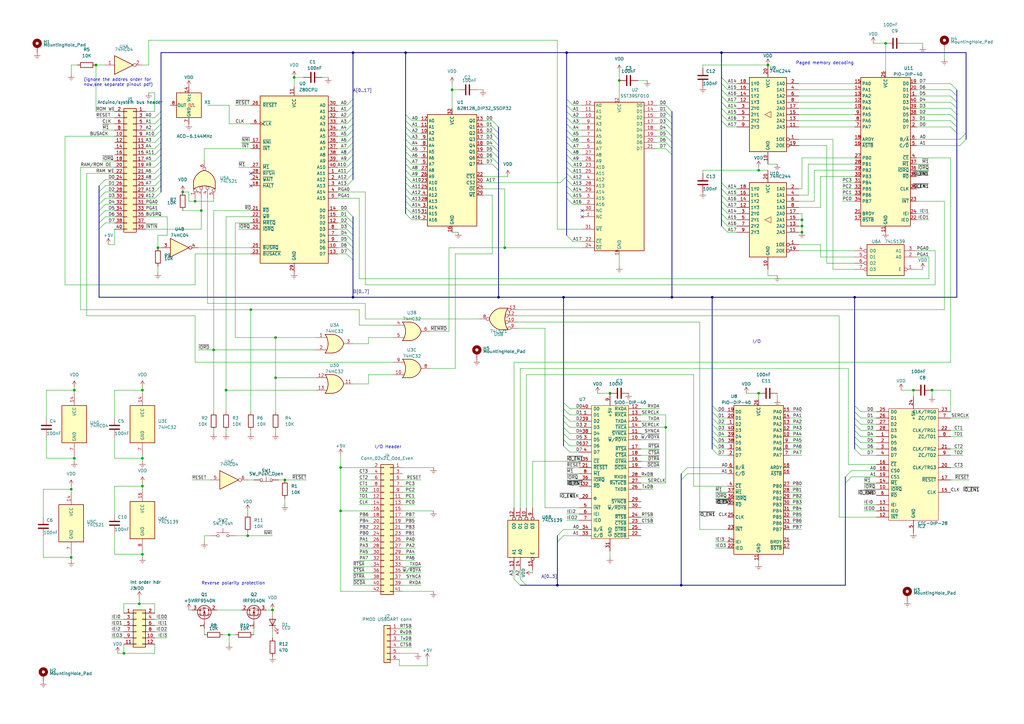
<source format=kicad_sch>
(kicad_sch (version 20220104) (generator eeschema)
  (paper "A3")
  (title_block (title "Z80 Computer main board") (date "2022-01-24") (rev "1.0") (company "Pythons inc."))
  (junction (at 314.96 26.67))
  (junction (at 111.76 250.19))
  (junction (at 82.55 86.36))
  (junction (at 116.84 196.85))
  (junction (at 102.87 127))
  (junction (at 30.48 160.02))
  (junction (at 139.7 191.77))
  (junction (at 57.15 247.65))
  (junction (at 228.6 240.03))
  (junction (at 328.93 90.17))
  (junction (at 113.03 154.94))
  (junction (at 374.65 160.02))
  (junction (at 231.14 121.92))
  (junction (at 101.6 219.71))
  (junction (at 92.71 160.02))
  (junction (at 254 33.02))
  (junction (at 58.42 227.33))
  (junction (at 232.41 21.59))
  (junction (at 328.93 92.71))
  (junction (at 29.21 200.66))
  (junction (at 80.01 82.55))
  (junction (at 30.48 187.96))
  (junction (at 250.19 161.29))
  (junction (at 58.42 187.96))
  (junction (at 279.4 240.03))
  (junction (at 207.01 101.6))
  (junction (at 74.93 78.74))
  (junction (at 58.42 160.02))
  (junction (at 382.27 160.02))
  (junction (at 166.37 21.59))
  (junction (at 311.15 161.29))
  (junction (at 93.98 260.35))
  (junction (at 328.93 95.25))
  (junction (at 64.77 101.6))
  (junction (at 58.42 199.39))
  (junction (at 50.8 267.97))
  (junction (at 185.42 36.83))
  (junction (at 350.52 121.92))
  (junction (at 29.21 228.6))
  (junction (at 139.7 209.55))
  (junction (at 113.03 138.43))
  (junction (at 311.15 69.85))
  (junction (at 275.59 121.92))
  (junction (at 273.05 175.26))
  (junction (at 87.63 143.51))
  (junction (at 204.47 121.92))
  (junction (at 295.91 21.59))
  (junction (at 144.78 121.92))
  (junction (at 144.78 21.59))
  (junction (at 363.22 17.78))
  (junction (at 292.1 121.92))
  (junction (at 39.37 26.67))
  (junction (at 120.65 31.75))
  (no_connect (at 238.76 86.36))
  (no_connect (at 238.76 88.9))
  (no_connect (at 102.87 71.12))
  (no_connect (at 102.87 76.2))
  (bus_entry (at 295.91 92.71) (size 2.54 2.54))
  (bus_entry (at 231.14 172.72) (size 2.54 2.54))
  (bus_entry (at 279.4 196.85) (size 2.54 -2.54))
  (bus_entry (at 273.05 58.42) (size 2.54 2.54))
  (bus_entry (at 295.91 82.55) (size 2.54 2.54))
  (bus_entry (at 168.91 69.85) (size -2.54 -2.54))
  (bus_entry (at 234.95 73.66) (size -2.54 -2.54))
  (bus_entry (at 166.37 85.09) (size 2.54 2.54))
  (bus_entry (at 393.7 59.69) (size 2.54 -2.54))
  (bus_entry (at 393.7 57.15) (size 2.54 -2.54))
  (bus_entry (at 168.91 64.77) (size -2.54 -2.54))
  (bus_entry (at 201.93 49.53) (size 2.54 2.54))
  (bus_entry (at 392.43 41.91) (size -2.54 -2.54))
  (bus_entry (at 142.24 71.12) (size 2.54 -2.54))
  (bus_entry (at 295.91 49.53) (size 2.54 2.54))
  (bus_entry (at 66.04 45.72) (size -2.54 2.54))
  (bus_entry (at 168.91 67.31) (size -2.54 -2.54))
  (bus_entry (at 231.14 217.17) (size -2.54 2.54))
  (bus_entry (at 231.14 219.71) (size -2.54 2.54))
  (bus_entry (at 234.95 68.58) (size -2.54 -2.54))
  (bus_entry (at 346.71 198.12) (size 2.54 -2.54))
  (bus_entry (at 292.1 181.61) (size 2.54 2.54))
  (bus_entry (at 201.93 67.31) (size 2.54 2.54))
  (bus_entry (at 142.24 58.42) (size 2.54 -2.54))
  (bus_entry (at 231.14 182.88) (size 2.54 2.54))
  (bus_entry (at 66.04 68.58) (size -2.54 2.54))
  (bus_entry (at 231.14 175.26) (size 2.54 2.54))
  (bus_entry (at 295.91 80.01) (size 2.54 2.54))
  (bus_entry (at 295.91 44.45) (size 2.54 2.54))
  (bus_entry (at 66.04 50.8) (size -2.54 2.54))
  (bus_entry (at 350.52 184.15) (size 2.54 2.54))
  (bus_entry (at 273.05 45.72) (size 2.54 2.54))
  (bus_entry (at 234.95 45.72) (size -2.54 -2.54))
  (bus_entry (at 166.37 87.63) (size 2.54 2.54))
  (bus_entry (at 142.24 53.34) (size 2.54 -2.54))
  (bus_entry (at 273.05 60.96) (size 2.54 2.54))
  (bus_entry (at 234.95 58.42) (size -2.54 -2.54))
  (bus_entry (at 213.36 240.03) (size -2.54 -2.54))
  (bus_entry (at 231.14 177.8) (size 2.54 2.54))
  (bus_entry (at 234.95 76.2) (size -2.54 -2.54))
  (bus_entry (at 40.64 91.44) (size 2.54 -2.54))
  (bus_entry (at 142.24 86.36) (size 2.54 2.54))
  (bus_entry (at 142.24 93.98) (size 2.54 2.54))
  (bus_entry (at 142.24 104.14) (size 2.54 2.54))
  (bus_entry (at 142.24 101.6) (size 2.54 2.54))
  (bus_entry (at 142.24 96.52) (size 2.54 2.54))
  (bus_entry (at 142.24 99.06) (size 2.54 2.54))
  (bus_entry (at 142.24 91.44) (size 2.54 2.54))
  (bus_entry (at 142.24 88.9) (size 2.54 2.54))
  (bus_entry (at 66.04 78.74) (size -2.54 2.54))
  (bus_entry (at 350.52 181.61) (size 2.54 2.54))
  (bus_entry (at 40.64 88.9) (size 2.54 -2.54))
  (bus_entry (at 142.24 63.5) (size 2.54 -2.54))
  (bus_entry (at 292.1 184.15) (size 2.54 2.54))
  (bus_entry (at 201.93 54.61) (size 2.54 2.54))
  (bus_entry (at 231.14 167.64) (size 2.54 2.54))
  (bus_entry (at 66.04 63.5) (size -2.54 2.54))
  (bus_entry (at 40.64 78.74) (size 2.54 -2.54))
  (bus_entry (at 292.1 168.91) (size 2.54 2.54))
  (bus_entry (at 292.1 173.99) (size 2.54 2.54))
  (bus_entry (at 295.91 74.93) (size 2.54 2.54))
  (bus_entry (at 168.91 59.69) (size -2.54 -2.54))
  (bus_entry (at 295.91 90.17) (size 2.54 2.54))
  (bus_entry (at 295.91 39.37) (size 2.54 2.54))
  (bus_entry (at 168.91 74.93) (size -2.54 -2.54))
  (bus_entry (at 292.1 176.53) (size 2.54 2.54))
  (bus_entry (at 234.95 55.88) (size -2.54 -2.54))
  (bus_entry (at 168.91 80.01) (size -2.54 -2.54))
  (bus_entry (at 168.91 62.23) (size -2.54 -2.54))
  (bus_entry (at 295.91 87.63) (size 2.54 2.54))
  (bus_entry (at 168.91 77.47) (size -2.54 -2.54))
  (bus_entry (at 66.04 48.26) (size -2.54 2.54))
  (bus_entry (at 234.95 71.12) (size -2.54 -2.54))
  (bus_entry (at 234.95 50.8) (size -2.54 -2.54))
  (bus_entry (at 201.93 64.77) (size 2.54 2.54))
  (bus_entry (at 350.52 173.99) (size 2.54 2.54))
  (bus_entry (at 234.95 60.96) (size -2.54 -2.54))
  (bus_entry (at 295.91 31.75) (size 2.54 2.54))
  (bus_entry (at 392.43 46.99) (size -2.54 -2.54))
  (bus_entry (at 273.05 43.18) (size 2.54 2.54))
  (bus_entry (at 66.04 76.2) (size -2.54 2.54))
  (bus_entry (at 273.05 50.8) (size 2.54 2.54))
  (bus_entry (at 392.43 54.61) (size -2.54 -2.54))
  (bus_entry (at 392.43 52.07) (size -2.54 -2.54))
  (bus_entry (at 40.64 93.98) (size 2.54 -2.54))
  (bus_entry (at 201.93 62.23) (size 2.54 2.54))
  (bus_entry (at 234.95 53.34) (size -2.54 -2.54))
  (bus_entry (at 234.95 63.5) (size -2.54 -2.54))
  (bus_entry (at 232.41 81.28) (size 2.54 2.54))
  (bus_entry (at 232.41 78.74) (size 2.54 2.54))
  (bus_entry (at 232.41 76.2) (size 2.54 2.54))
  (bus_entry (at 168.91 72.39) (size -2.54 -2.54))
  (bus_entry (at 231.14 165.1) (size 2.54 2.54))
  (bus_entry (at 66.04 66.04) (size -2.54 2.54))
  (bus_entry (at 229.87 74.93) (size 2.54 -2.54))
  (bus_entry (at 66.04 71.12) (size -2.54 2.54))
  (bus_entry (at 273.05 53.34) (size 2.54 2.54))
  (bus_entry (at 231.14 170.18) (size 2.54 2.54))
  (bus_entry (at 350.52 176.53) (size 2.54 2.54))
  (bus_entry (at 292.1 166.37) (size 2.54 2.54))
  (bus_entry (at 168.91 54.61) (size -2.54 -2.54))
  (bus_entry (at 234.95 66.04) (size -2.54 -2.54))
  (bus_entry (at 168.91 49.53) (size -2.54 -2.54))
  (bus_entry (at 350.52 179.07) (size 2.54 2.54))
  (bus_entry (at 295.91 46.99) (size 2.54 2.54))
  (bus_entry (at 295.91 85.09) (size 2.54 2.54))
  (bus_entry (at 215.9 240.03) (size -2.54 -2.54))
  (bus_entry (at 142.24 45.72) (size 2.54 -2.54))
  (bus_entry (at 350.52 171.45) (size 2.54 2.54))
  (bus_entry (at 292.1 179.07) (size 2.54 2.54))
  (bus_entry (at 142.24 76.2) (size 2.54 -2.54))
  (bus_entry (at 66.04 53.34) (size -2.54 2.54))
  (bus_entry (at 168.91 52.07) (size -2.54 -2.54))
  (bus_entry (at 40.64 81.28) (size 2.54 -2.54))
  (bus_entry (at 234.95 43.18) (size -2.54 -2.54))
  (bus_entry (at 40.64 83.82) (size 2.54 -2.54))
  (bus_entry (at 66.04 73.66) (size -2.54 2.54))
  (bus_entry (at 279.4 194.31) (size 2.54 -2.54))
  (bus_entry (at 66.04 60.96) (size -2.54 2.54))
  (bus_entry (at 392.43 39.37) (size -2.54 -2.54))
  (bus_entry (at 66.04 55.88) (size -2.54 2.54))
  (bus_entry (at 201.93 57.15) (size 2.54 2.54))
  (bus_entry (at 232.41 96.52) (size 2.54 2.54))
  (bus_entry (at 168.91 82.55) (size -2.54 -2.54))
  (bus_entry (at 142.24 73.66) (size 2.54 -2.54))
  (bus_entry (at 350.52 166.37) (size 2.54 2.54))
  (bus_entry (at 142.24 55.88) (size 2.54 -2.54))
  (bus_entry (at 166.37 82.55) (size 2.54 2.54))
  (bus_entry (at 142.24 43.18) (size 2.54 -2.54))
  (bus_entry (at 273.05 48.26) (size 2.54 2.54))
  (bus_entry (at 40.64 86.36) (size 2.54 -2.54))
  (bus_entry (at 392.43 36.83) (size -2.54 -2.54))
  (bus_entry (at 142.24 66.04) (size 2.54 -2.54))
  (bus_entry (at 142.24 50.8) (size 2.54 -2.54))
  (bus_entry (at 295.91 34.29) (size 2.54 2.54))
  (bus_entry (at 295.91 77.47) (size 2.54 2.54))
  (bus_entry (at 231.14 180.34) (size 2.54 2.54))
  (bus_entry (at 168.91 57.15) (size -2.54 -2.54))
  (bus_entry (at 142.24 48.26) (size 2.54 -2.54))
  (bus_entry (at 234.95 48.26) (size -2.54 -2.54))
  (bus_entry (at 292.1 171.45) (size 2.54 2.54))
  (bus_entry (at 40.64 76.2) (size 2.54 -2.54))
  (bus_entry (at 142.24 60.96) (size 2.54 -2.54))
  (bus_entry (at 392.43 44.45) (size -2.54 -2.54))
  (bus_entry (at 295.91 41.91) (size 2.54 2.54))
  (bus_entry (at 392.43 49.53) (size -2.54 -2.54))
  (bus_entry (at 350.52 168.91) (size 2.54 2.54))
  (bus_entry (at 66.04 58.42) (size -2.54 2.54))
  (bus_entry (at 346.71 195.58) (size 2.54 -2.54))
  (bus_entry (at 201.93 52.07) (size 2.54 2.54))
  (bus_entry (at 295.91 36.83) (size 2.54 2.54))
  (bus_entry (at 142.24 68.58) (size 2.54 -2.54))
  (bus_entry (at 201.93 59.69) (size 2.54 2.54))
  (bus_entry (at 273.05 55.88) (size 2.54 2.54))
  (wire (pts (xy 77.47 82.55) (xy 77.47 78.74)))
  (wire (pts (xy 30.48 189.23) (xy 30.48 187.96)))
  (wire (pts (xy 60.96 38.1) (xy 63.5 38.1)))
  (wire (pts (xy 46.99 227.33) (xy 58.42 227.33)))
  (wire (pts (xy 298.45 92.71) (xy 302.26 92.71)))
  (wire (pts (xy 318.77 161.29) (xy 318.77 163.83)))
  (wire (pts (xy 97.79 93.98) (xy 102.87 93.98)))
  (wire (pts (xy 68.58 261.62) (xy 63.5 261.62)))
  (wire (pts (xy 147.32 114.3) (xy 147.32 81.28)))
  (bus (pts (xy 346.71 198.12) (xy 346.71 240.03)))
  (bus (pts (xy 232.41 45.72) (xy 232.41 43.18)))
  (wire (pts (xy 185.42 34.29) (xy 185.42 36.83)))
  (wire (pts (xy 323.85 207.01) (xy 328.93 207.01)))
  (wire (pts (xy 26.67 116.84) (xy 26.67 55.88)))
  (wire (pts (xy 213.36 151.13) (xy 347.98 151.13)))
  (wire (pts (xy 168.91 49.53) (xy 172.72 49.53)))
  (bus (pts (xy 295.91 36.83) (xy 295.91 39.37)))
  (wire (pts (xy 175.26 270.51) (xy 175.26 273.05)))
  (wire (pts (xy 334.01 69.85) (xy 350.52 69.85)))
  (wire (pts (xy 369.57 160.02) (xy 374.65 160.02)))
  (wire (pts (xy 17.78 219.71) (xy 17.78 228.6)))
  (wire (pts (xy 269.24 48.26) (xy 273.05 48.26)))
  (wire (pts (xy 59.69 53.34) (xy 63.5 53.34)))
  (wire (pts (xy 237.49 170.18) (xy 233.68 170.18)))
  (wire (pts (xy 237.49 175.26) (xy 233.68 175.26)))
  (wire (pts (xy 336.55 100.33) (xy 327.66 100.33)))
  (wire (pts (xy 269.24 45.72) (xy 273.05 45.72)))
  (wire (pts (xy 328.93 90.17) (xy 328.93 92.71)))
  (wire (pts (xy 64.77 83.82) (xy 59.69 83.82)))
  (wire (pts (xy 375.92 46.99) (xy 389.89 46.99)))
  (wire (pts (xy 82.55 86.36) (xy 82.55 93.98)))
  (bus (pts (xy 232.41 58.42) (xy 232.41 55.88)))
  (wire (pts (xy 234.95 83.82) (xy 238.76 83.82)))
  (wire (pts (xy 198.12 62.23) (xy 201.93 62.23)))
  (bus (pts (xy 40.64 81.28) (xy 40.64 83.82)))
  (wire (pts (xy 152.4 224.79) (xy 147.32 224.79)))
  (bus (pts (xy 275.59 55.88) (xy 275.59 58.42)))
  (bus (pts (xy 295.91 49.53) (xy 295.91 74.93)))
  (wire (pts (xy 339.09 107.95) (xy 350.52 107.95)))
  (wire (pts (xy 336.55 72.39) (xy 350.52 72.39)))
  (bus (pts (xy 232.41 63.5) (xy 232.41 60.96)))
  (wire (pts (xy 152.4 242.57) (xy 139.7 242.57)))
  (wire (pts (xy 43.18 76.2) (xy 46.99 76.2)))
  (bus (pts (xy 295.91 77.47) (xy 295.91 80.01)))
  (wire (pts (xy 43.18 91.44) (xy 46.99 91.44)))
  (wire (pts (xy 83.82 222.25) (xy 83.82 219.71)))
  (wire (pts (xy 59.69 81.28) (xy 63.5 81.28)))
  (bus (pts (xy 275.59 60.96) (xy 275.59 63.5)))
  (wire (pts (xy 45.72 259.08) (xy 50.8 259.08)))
  (bus (pts (xy 40.64 91.44) (xy 40.64 93.98)))
  (wire (pts (xy 306.07 161.29) (xy 311.15 161.29)))
  (bus (pts (xy 144.78 63.5) (xy 144.78 60.96)))
  (bus (pts (xy 66.04 63.5) (xy 66.04 66.04)))
  (wire (pts (xy 262.89 172.72) (xy 270.51 172.72)))
  (wire (pts (xy 298.45 87.63) (xy 302.26 87.63)))
  (bus (pts (xy 275.59 50.8) (xy 275.59 53.34)))
  (wire (pts (xy 50.8 267.97) (xy 63.5 267.97)))
  (wire (pts (xy 397.51 196.85) (xy 389.89 196.85)))
  (wire (pts (xy 298.45 77.47) (xy 302.26 77.47)))
  (wire (pts (xy 58.42 199.39) (xy 58.42 200.66)))
  (wire (pts (xy 68.58 256.54) (xy 63.5 256.54)))
  (wire (pts (xy 223.52 134.62) (xy 212.09 134.62)))
  (wire (pts (xy 328.93 199.39) (xy 323.85 199.39)))
  (wire (pts (xy 87.63 176.53) (xy 87.63 177.8)))
  (wire (pts (xy 58.42 198.12) (xy 58.42 199.39)))
  (bus (pts (xy 295.91 31.75) (xy 295.91 34.29)))
  (wire (pts (xy 63.5 251.46) (xy 63.5 247.65)))
  (wire (pts (xy 345.44 80.01) (xy 350.52 80.01)))
  (wire (pts (xy 347.98 151.13) (xy 347.98 190.5)))
  (wire (pts (xy 323.85 204.47) (xy 328.93 204.47)))
  (bus (pts (xy 295.91 90.17) (xy 295.91 92.71)))
  (wire (pts (xy 287.02 132.08) (xy 287.02 217.17)))
  (wire (pts (xy 45.72 261.62) (xy 50.8 261.62)))
  (wire (pts (xy 59.69 48.26) (xy 63.5 48.26)))
  (bus (pts (xy 232.41 73.66) (xy 232.41 72.39)))
  (wire (pts (xy 58.42 189.23) (xy 58.42 187.96)))
  (bus (pts (xy 166.37 49.53) (xy 166.37 46.99)))
  (wire (pts (xy 288.29 71.12) (xy 288.29 69.85)))
  (wire (pts (xy 83.82 219.71) (xy 86.36 219.71)))
  (wire (pts (xy 344.17 129.54) (xy 344.17 212.09)))
  (wire (pts (xy 375.92 39.37) (xy 389.89 39.37)))
  (bus (pts (xy 166.37 85.09) (xy 166.37 87.63)))
  (bus (pts (xy 144.78 96.52) (xy 144.78 99.06)))
  (bus (pts (xy 40.64 76.2) (xy 40.64 78.74)))
  (wire (pts (xy 142.24 76.2) (xy 138.43 76.2)))
  (wire (pts (xy 387.35 127) (xy 212.09 127)))
  (wire (pts (xy 262.89 175.26) (xy 273.05 175.26)))
  (wire (pts (xy 186.69 104.14) (xy 186.69 151.13)))
  (wire (pts (xy 232.41 194.31) (xy 237.49 194.31)))
  (wire (pts (xy 288.29 27.94) (xy 288.29 26.67)))
  (wire (pts (xy 269.24 50.8) (xy 273.05 50.8)))
  (wire (pts (xy 85.09 124.46) (xy 149.86 124.46)))
  (bus (pts (xy 144.78 60.96) (xy 144.78 58.42)))
  (wire (pts (xy 91.44 260.35) (xy 93.98 260.35)))
  (bus (pts (xy 166.37 69.85) (xy 166.37 67.31)))
  (wire (pts (xy 64.77 96.52) (xy 64.77 101.6)))
  (wire (pts (xy 341.63 110.49) (xy 350.52 110.49)))
  (wire (pts (xy 201.93 104.14) (xy 186.69 104.14)))
  (bus (pts (xy 295.91 34.29) (xy 295.91 36.83)))
  (wire (pts (xy 58.42 26.67) (xy 60.96 26.67)))
  (bus (pts (xy 228.6 219.71) (xy 228.6 222.25)))
  (wire (pts (xy 234.95 53.34) (xy 238.76 53.34)))
  (wire (pts (xy 147.32 199.39) (xy 152.4 199.39)))
  (wire (pts (xy 111.76 261.62) (xy 111.76 259.08)))
  (wire (pts (xy 168.91 260.35) (xy 163.83 260.35)))
  (wire (pts (xy 92.71 160.02) (xy 129.54 160.02)))
  (bus (pts (xy 292.1 168.91) (xy 292.1 171.45)))
  (wire (pts (xy 298.45 80.01) (xy 302.26 80.01)))
  (wire (pts (xy 59.69 78.74) (xy 63.5 78.74)))
  (wire (pts (xy 147.32 133.35) (xy 147.32 127)))
  (bus (pts (xy 144.78 58.42) (xy 144.78 55.88)))
  (wire (pts (xy 232.41 196.85) (xy 237.49 196.85)))
  (wire (pts (xy 138.43 104.14) (xy 142.24 104.14)))
  (wire (pts (xy 383.54 116.84) (xy 383.54 102.87)))
  (bus (pts (xy 295.91 80.01) (xy 295.91 82.55)))
  (wire (pts (xy 165.1 232.41) (xy 172.72 232.41)))
  (wire (pts (xy 298.45 85.09) (xy 302.26 85.09)))
  (wire (pts (xy 327.66 82.55) (xy 334.01 82.55)))
  (wire (pts (xy 328.93 92.71) (xy 327.66 92.71)))
  (wire (pts (xy 58.42 227.33) (xy 58.42 226.06)))
  (wire (pts (xy 96.52 219.71) (xy 101.6 219.71)))
  (wire (pts (xy 151.13 138.43) (xy 161.29 138.43)))
  (bus (pts (xy 231.14 165.1) (xy 231.14 167.64)))
  (wire (pts (xy 152.4 217.17) (xy 147.32 217.17)))
  (wire (pts (xy 165.1 199.39) (xy 170.18 199.39)))
  (wire (pts (xy 80.01 82.55) (xy 80.01 81.28)))
  (bus (pts (xy 66.04 50.8) (xy 66.04 53.34)))
  (bus (pts (xy 204.47 64.77) (xy 204.47 67.31)))
  (wire (pts (xy 254 33.02) (xy 254 40.64)))
  (bus (pts (xy 392.43 44.45) (xy 392.43 41.91)))
  (wire (pts (xy 29.21 228.6) (xy 29.21 227.33)))
  (bus (pts (xy 292.1 171.45) (xy 292.1 173.99)))
  (wire (pts (xy 314.96 67.31) (xy 318.77 67.31)))
  (wire (pts (xy 45.72 254) (xy 50.8 254)))
  (wire (pts (xy 81.28 143.51) (xy 87.63 143.51)))
  (wire (pts (xy 165.1 217.17) (xy 170.18 217.17)))
  (wire (pts (xy 234.95 50.8) (xy 238.76 50.8)))
  (wire (pts (xy 59.69 93.98) (xy 82.55 93.98)))
  (wire (pts (xy 132.08 31.75) (xy 134.62 31.75)))
  (wire (pts (xy 218.44 234.95) (xy 218.44 233.68)))
  (wire (pts (xy 29.21 229.87) (xy 29.21 228.6)))
  (wire (pts (xy 93.98 43.18) (xy 93.98 50.8)))
  (bus (pts (xy 232.41 76.2) (xy 232.41 78.74)))
  (wire (pts (xy 311.15 161.29) (xy 311.15 163.83)))
  (wire (pts (xy 381 114.3) (xy 147.32 114.3)))
  (wire (pts (xy 394.97 179.07) (xy 389.89 179.07)))
  (wire (pts (xy 323.85 214.63) (xy 328.93 214.63)))
  (wire (pts (xy 298.45 36.83) (xy 302.26 36.83)))
  (bus (pts (xy 66.04 58.42) (xy 66.04 60.96)))
  (wire (pts (xy 17.78 228.6) (xy 29.21 228.6)))
  (wire (pts (xy 288.29 69.85) (xy 311.15 69.85)))
  (wire (pts (xy 281.94 194.31) (xy 298.45 194.31)))
  (wire (pts (xy 39.37 26.67) (xy 43.18 26.67)))
  (wire (pts (xy 168.91 257.81) (xy 163.83 257.81)))
  (wire (pts (xy 152.4 214.63) (xy 147.32 214.63)))
  (wire (pts (xy 43.18 88.9) (xy 46.99 88.9)))
  (wire (pts (xy 165.1 229.87) (xy 170.18 229.87)))
  (wire (pts (xy 394.97 186.69) (xy 389.89 186.69)))
  (wire (pts (xy 168.91 69.85) (xy 172.72 69.85)))
  (wire (pts (xy 43.18 86.36) (xy 46.99 86.36)))
  (bus (pts (xy 66.04 48.26) (xy 66.04 50.8)))
  (bus (pts (xy 232.41 81.28) (xy 232.41 96.52)))
  (wire (pts (xy 198.12 64.77) (xy 201.93 64.77)))
  (wire (pts (xy 168.91 74.93) (xy 172.72 74.93)))
  (bus (pts (xy 396.24 21.59) (xy 396.24 54.61)))
  (wire (pts (xy 328.93 64.77) (xy 350.52 64.77)))
  (wire (pts (xy 29.21 30.48) (xy 29.21 26.67)))
  (wire (pts (xy 168.91 62.23) (xy 172.72 62.23)))
  (wire (pts (xy 80.01 82.55) (xy 77.47 82.55)))
  (wire (pts (xy 298.45 173.99) (xy 294.64 173.99)))
  (wire (pts (xy 359.41 168.91) (xy 353.06 168.91)))
  (wire (pts (xy 116.84 196.85) (xy 114.3 196.85)))
  (wire (pts (xy 168.91 54.61) (xy 172.72 54.61)))
  (wire (pts (xy 80.01 129.54) (xy 35.56 129.54)))
  (bus (pts (xy 350.52 173.99) (xy 350.52 176.53)))
  (wire (pts (xy 138.43 101.6) (xy 142.24 101.6)))
  (wire (pts (xy 35.56 71.12) (xy 35.56 129.54)))
  (wire (pts (xy 328.93 77.47) (xy 327.66 77.47)))
  (wire (pts (xy 298.45 52.07) (xy 302.26 52.07)))
  (wire (pts (xy 327.66 41.91) (xy 350.52 41.91)))
  (bus (pts (xy 40.64 78.74) (xy 40.64 81.28)))
  (wire (pts (xy 288.29 26.67) (xy 314.96 26.67)))
  (bus (pts (xy 231.14 180.34) (xy 231.14 182.88)))
  (wire (pts (xy 33.02 68.58) (xy 46.99 68.58)))
  (wire (pts (xy 80.01 104.14) (xy 80.01 116.84)))
  (wire (pts (xy 215.9 153.67) (xy 284.48 153.67)))
  (bus (pts (xy 275.59 58.42) (xy 275.59 60.96)))
  (wire (pts (xy 354.33 198.12) (xy 359.41 198.12)))
  (bus (pts (xy 166.37 52.07) (xy 166.37 49.53)))
  (wire (pts (xy 237.49 167.64) (xy 233.68 167.64)))
  (wire (pts (xy 116.84 207.01) (xy 116.84 204.47)))
  (wire (pts (xy 298.45 95.25) (xy 302.26 95.25)))
  (wire (pts (xy 213.36 151.13) (xy 213.36 208.28)))
  (wire (pts (xy 165.1 214.63) (xy 170.18 214.63)))
  (wire (pts (xy 323.85 179.07) (xy 328.93 179.07)))
  (wire (pts (xy 165.1 224.79) (xy 170.18 224.79)))
  (bus (pts (xy 350.52 171.45) (xy 350.52 173.99)))
  (wire (pts (xy 50.8 264.16) (xy 50.8 267.97)))
  (wire (pts (xy 168.91 72.39) (xy 172.72 72.39)))
  (wire (pts (xy 234.95 60.96) (xy 238.76 60.96)))
  (wire (pts (xy 113.03 154.94) (xy 129.54 154.94)))
  (wire (pts (xy 80.01 104.14) (xy 102.87 104.14)))
  (bus (pts (xy 166.37 74.93) (xy 166.37 72.39)))
  (wire (pts (xy 262.89 184.15) (xy 270.51 184.15)))
  (wire (pts (xy 138.43 86.36) (xy 142.24 86.36)))
  (bus (pts (xy 166.37 21.59) (xy 232.41 21.59)))
  (bus (pts (xy 144.78 101.6) (xy 144.78 104.14)))
  (wire (pts (xy 269.24 53.34) (xy 273.05 53.34)))
  (wire (pts (xy 68.58 96.52) (xy 64.77 96.52)))
  (wire (pts (xy 147.32 201.93) (xy 152.4 201.93)))
  (bus (pts (xy 144.78 106.68) (xy 144.78 121.92)))
  (bus (pts (xy 392.43 39.37) (xy 392.43 36.83)))
  (wire (pts (xy 168.91 59.69) (xy 172.72 59.69)))
  (wire (pts (xy 207.01 77.47) (xy 198.12 77.47)))
  (wire (pts (xy 298.45 199.39) (xy 284.48 199.39)))
  (wire (pts (xy 46.99 71.12) (xy 35.56 71.12)))
  (wire (pts (xy 293.37 204.47) (xy 298.45 204.47)))
  (wire (pts (xy 142.24 53.34) (xy 138.43 53.34)))
  (wire (pts (xy 363.22 17.78) (xy 363.22 29.21)))
  (wire (pts (xy 41.91 66.04) (xy 46.99 66.04)))
  (bus (pts (xy 350.52 179.07) (xy 350.52 181.61)))
  (wire (pts (xy 85.09 81.28) (xy 85.09 124.46)))
  (wire (pts (xy 185.42 36.83) (xy 185.42 44.45)))
  (wire (pts (xy 185.42 36.83) (xy 187.96 36.83)))
  (wire (pts (xy 234.95 73.66) (xy 238.76 73.66)))
  (wire (pts (xy 336.55 105.41) (xy 336.55 100.33)))
  (bus (pts (xy 166.37 77.47) (xy 166.37 74.93)))
  (wire (pts (xy 328.93 95.25) (xy 327.66 95.25)))
  (wire (pts (xy 231.14 217.17) (xy 237.49 217.17)))
  (wire (pts (xy 234.95 71.12) (xy 238.76 71.12)))
  (wire (pts (xy 267.97 212.09) (xy 262.89 212.09)))
  (wire (pts (xy 60.96 26.67) (xy 60.96 16.51)))
  (wire (pts (xy 298.45 46.99) (xy 302.26 46.99)))
  (bus (pts (xy 231.14 177.8) (xy 231.14 180.34)))
  (wire (pts (xy 328.93 87.63) (xy 328.93 90.17)))
  (wire (pts (xy 152.4 212.09) (xy 147.32 212.09)))
  (wire (pts (xy 234.95 81.28) (xy 238.76 81.28)))
  (wire (pts (xy 323.85 173.99) (xy 328.93 173.99)))
  (wire (pts (xy 30.48 160.02) (xy 19.05 160.02)))
  (wire (pts (xy 46.99 199.39) (xy 46.99 210.82)))
  (wire (pts (xy 331.47 80.01) (xy 327.66 80.01)))
  (wire (pts (xy 59.69 88.9) (xy 68.58 88.9)))
  (bus (pts (xy 66.04 73.66) (xy 66.04 76.2)))
  (bus (pts (xy 232.41 72.39) (xy 232.41 71.12)))
  (bus (pts (xy 144.78 43.18) (xy 144.78 40.64)))
  (wire (pts (xy 165.1 204.47) (xy 170.18 204.47)))
  (wire (pts (xy 284.48 199.39) (xy 284.48 153.67)))
  (wire (pts (xy 139.7 191.77) (xy 139.7 209.55)))
  (bus (pts (xy 346.71 198.12) (xy 346.71 195.58)))
  (wire (pts (xy 87.63 81.28) (xy 87.63 82.55)))
  (bus (pts (xy 232.41 71.12) (xy 232.41 68.58)))
  (wire (pts (xy 93.98 50.8) (xy 102.87 50.8)))
  (wire (pts (xy 232.41 210.82) (xy 237.49 210.82)))
  (wire (pts (xy 149.86 116.84) (xy 383.54 116.84)))
  (bus (pts (xy 292.1 121.92) (xy 292.1 166.37)))
  (wire (pts (xy 59.69 73.66) (xy 63.5 73.66)))
  (bus (pts (xy 295.91 46.99) (xy 295.91 49.53)))
  (bus (pts (xy 231.14 121.92) (xy 275.59 121.92)))
  (wire (pts (xy 138.43 96.52) (xy 142.24 96.52)))
  (wire (pts (xy 165.1 242.57) (xy 177.8 242.57)))
  (wire (pts (xy 234.95 76.2) (xy 238.76 76.2)))
  (wire (pts (xy 262.89 189.23) (xy 270.51 189.23)))
  (bus (pts (xy 144.78 104.14) (xy 144.78 106.68)))
  (wire (pts (xy 328.93 87.63) (xy 327.66 87.63)))
  (wire (pts (xy 30.48 160.02) (xy 30.48 161.29)))
  (wire (pts (xy 345.44 82.55) (xy 350.52 82.55)))
  (wire (pts (xy 327.66 46.99) (xy 350.52 46.99)))
  (wire (pts (xy 58.42 199.39) (xy 46.99 199.39)))
  (bus (pts (xy 232.41 60.96) (xy 232.41 58.42)))
  (wire (pts (xy 142.24 58.42) (xy 138.43 58.42)))
  (wire (pts (xy 323.85 184.15) (xy 328.93 184.15)))
  (wire (pts (xy 298.45 39.37) (xy 302.26 39.37)))
  (wire (pts (xy 269.24 58.42) (xy 273.05 58.42)))
  (wire (pts (xy 39.37 26.67) (xy 39.37 45.72)))
  (bus (pts (xy 292.1 173.99) (xy 292.1 176.53)))
  (wire (pts (xy 87.63 143.51) (xy 129.54 143.51)))
  (wire (pts (xy 323.85 176.53) (xy 328.93 176.53)))
  (wire (pts (xy 142.24 68.58) (xy 138.43 68.58)))
  (wire (pts (xy 26.67 55.88) (xy 46.99 55.88)))
  (wire (pts (xy 267.97 200.66) (xy 262.89 200.66)))
  (bus (pts (xy 350.52 121.92) (xy 392.43 121.92)))
  (bus (pts (xy 295.91 85.09) (xy 295.91 87.63)))
  (wire (pts (xy 298.45 90.17) (xy 302.26 90.17)))
  (wire (pts (xy 57.15 247.65) (xy 57.15 245.11)))
  (bus (pts (xy 144.78 55.88) (xy 144.78 53.34)))
  (wire (pts (xy 102.87 176.53) (xy 102.87 177.8)))
  (wire (pts (xy 375.92 41.91) (xy 389.89 41.91)))
  (wire (pts (xy 46.99 187.96) (xy 58.42 187.96)))
  (bus (pts (xy 144.78 88.9) (xy 144.78 91.44)))
  (wire (pts (xy 358.14 17.78) (xy 363.22 17.78)))
  (wire (pts (xy 46.99 218.44) (xy 46.99 227.33)))
  (bus (pts (xy 231.14 175.26) (xy 231.14 177.8)))
  (bus (pts (xy 232.41 66.04) (xy 232.41 63.5)))
  (wire (pts (xy 33.02 68.58) (xy 33.02 127)))
  (wire (pts (xy 168.91 57.15) (xy 172.72 57.15)))
  (wire (pts (xy 58.42 160.02) (xy 58.42 161.29)))
  (bus (pts (xy 232.41 55.88) (xy 232.41 53.34)))
  (wire (pts (xy 327.66 52.07) (xy 350.52 52.07)))
  (wire (pts (xy 17.78 200.66) (xy 17.78 212.09)))
  (bus (pts (xy 292.1 181.61) (xy 292.1 184.15)))
  (wire (pts (xy 82.55 81.28) (xy 82.55 86.36)))
  (wire (pts (xy 144.78 157.48) (xy 151.13 157.48)))
  (wire (pts (xy 234.95 66.04) (xy 238.76 66.04)))
  (wire (pts (xy 138.43 91.44) (xy 142.24 91.44)))
  (wire (pts (xy 262.89 186.69) (xy 270.51 186.69)))
  (wire (pts (xy 77.47 78.74) (xy 74.93 78.74)))
  (wire (pts (xy 381 69.85) (xy 375.92 69.85)))
  (wire (pts (xy 92.71 176.53) (xy 92.71 177.8)))
  (wire (pts (xy 165.1 240.03) (xy 172.72 240.03)))
  (wire (pts (xy 113.03 138.43) (xy 113.03 154.94)))
  (wire (pts (xy 210.82 148.59) (xy 210.82 208.28)))
  (wire (pts (xy 85.09 43.18) (xy 93.98 43.18)))
  (wire (pts (xy 46.99 45.72) (xy 39.37 45.72)))
  (wire (pts (xy 59.69 68.58) (xy 63.5 68.58)))
  (bus (pts (xy 295.91 21.59) (xy 396.24 21.59)))
  (wire (pts (xy 142.24 66.04) (xy 138.43 66.04)))
  (wire (pts (xy 92.71 88.9) (xy 102.87 88.9)))
  (wire (pts (xy 298.45 49.53) (xy 302.26 49.53)))
  (wire (pts (xy 323.85 186.69) (xy 328.93 186.69)))
  (bus (pts (xy 144.78 91.44) (xy 144.78 93.98)))
  (wire (pts (xy 198.12 52.07) (xy 201.93 52.07)))
  (wire (pts (xy 293.37 224.79) (xy 298.45 224.79)))
  (bus (pts (xy 66.04 66.04) (xy 66.04 68.58)))
  (wire (pts (xy 234.95 78.74) (xy 238.76 78.74)))
  (wire (pts (xy 375.92 57.15) (xy 393.7 57.15)))
  (wire (pts (xy 43.18 78.74) (xy 46.99 78.74)))
  (wire (pts (xy 29.21 26.67) (xy 31.75 26.67)))
  (bus (pts (xy 292.1 166.37) (xy 292.1 168.91)))
  (wire (pts (xy 161.29 133.35) (xy 147.32 133.35)))
  (bus (pts (xy 215.9 240.03) (xy 228.6 240.03)))
  (bus (pts (xy 232.41 50.8) (xy 232.41 48.26)))
  (wire (pts (xy 138.43 78.74) (xy 149.86 78.74)))
  (wire (pts (xy 104.14 196.85) (xy 101.6 196.85)))
  (wire (pts (xy 30.48 158.75) (xy 30.48 160.02)))
  (wire (pts (xy 375.92 44.45) (xy 389.89 44.45)))
  (wire (pts (xy 228.6 93.98) (xy 238.76 93.98)))
  (wire (pts (xy 184.15 101.6) (xy 207.01 101.6)))
  (wire (pts (xy 58.42 160.02) (xy 46.99 160.02)))
  (wire (pts (xy 323.85 217.17) (xy 328.93 217.17)))
  (wire (pts (xy 80.01 116.84) (xy 26.67 116.84)))
  (wire (pts (xy 298.45 82.55) (xy 302.26 82.55)))
  (wire (pts (xy 375.92 36.83) (xy 389.89 36.83)))
  (wire (pts (xy 212.09 129.54) (xy 344.17 129.54)))
  (wire (pts (xy 198.12 74.93) (xy 229.87 74.93)))
  (wire (pts (xy 228.6 16.51) (xy 228.6 93.98)))
  (wire (pts (xy 375.92 59.69) (xy 393.7 59.69)))
  (bus (pts (xy 346.71 240.03) (xy 279.4 240.03)))
  (wire (pts (xy 269.24 60.96) (xy 273.05 60.96)))
  (wire (pts (xy 314.96 113.03) (xy 318.77 113.03)))
  (wire (pts (xy 375.92 49.53) (xy 389.89 49.53)))
  (wire (pts (xy 50.8 247.65) (xy 57.15 247.65)))
  (wire (pts (xy 389.89 160.02) (xy 382.27 160.02)))
  (wire (pts (xy 370.84 17.78) (xy 378.46 17.78)))
  (wire (pts (xy 298.45 186.69) (xy 294.64 186.69)))
  (wire (pts (xy 298.45 179.07) (xy 294.64 179.07)))
  (bus (pts (xy 350.52 181.61) (xy 350.52 184.15)))
  (wire (pts (xy 327.66 44.45) (xy 350.52 44.45)))
  (bus (pts (xy 40.64 121.92) (xy 144.78 121.92)))
  (wire (pts (xy 96.52 91.44) (xy 96.52 138.43)))
  (wire (pts (xy 323.85 201.93) (xy 328.93 201.93)))
  (wire (pts (xy 394.97 176.53) (xy 389.89 176.53)))
  (bus (pts (xy 350.52 176.53) (xy 350.52 179.07)))
  (wire (pts (xy 168.91 80.01) (xy 172.72 80.01)))
  (bus (pts (xy 279.4 194.31) (xy 279.4 196.85)))
  (wire (pts (xy 359.41 171.45) (xy 353.06 171.45)))
  (wire (pts (xy 267.97 214.63) (xy 262.89 214.63)))
  (wire (pts (xy 168.91 77.47) (xy 172.72 77.47)))
  (wire (pts (xy 234.95 63.5) (xy 238.76 63.5)))
  (wire (pts (xy 331.47 67.31) (xy 331.47 80.01)))
  (bus (pts (xy 144.78 93.98) (xy 144.78 96.52)))
  (wire (pts (xy 378.46 17.78) (xy 378.46 19.05)))
  (wire (pts (xy 92.71 160.02) (xy 92.71 168.91)))
  (wire (pts (xy 223.52 208.28) (xy 223.52 134.62)))
  (wire (pts (xy 142.24 45.72) (xy 138.43 45.72)))
  (wire (pts (xy 124.46 31.75) (xy 120.65 31.75)))
  (wire (pts (xy 113.03 154.94) (xy 113.03 168.91)))
  (wire (pts (xy 58.42 187.96) (xy 58.42 186.69)))
  (bus (pts (xy 166.37 21.59) (xy 166.37 46.99)))
  (wire (pts (xy 101.6 219.71) (xy 101.6 218.44)))
  (wire (pts (xy 218.44 189.23) (xy 237.49 189.23)))
  (bus (pts (xy 392.43 54.61) (xy 392.43 52.07)))
  (wire (pts (xy 151.13 140.97) (xy 151.13 138.43)))
  (wire (pts (xy 142.24 63.5) (xy 138.43 63.5)))
  (wire (pts (xy 262.89 167.64) (xy 270.51 167.64)))
  (wire (pts (xy 81.28 101.6) (xy 102.87 101.6)))
  (wire (pts (xy 58.42 228.6) (xy 58.42 227.33)))
  (bus (pts (xy 144.78 45.72) (xy 144.78 43.18)))
  (wire (pts (xy 78.74 196.85) (xy 86.36 196.85)))
  (wire (pts (xy 147.32 204.47) (xy 152.4 204.47)))
  (bus (pts (xy 144.78 48.26) (xy 144.78 45.72)))
  (wire (pts (xy 99.06 58.42) (xy 102.87 58.42)))
  (wire (pts (xy 142.24 71.12) (xy 138.43 71.12)))
  (bus (pts (xy 66.04 45.72) (xy 66.04 48.26)))
  (wire (pts (xy 287.02 217.17) (xy 298.45 217.17)))
  (wire (pts (xy 46.99 179.07) (xy 46.99 187.96)))
  (wire (pts (xy 138.43 81.28) (xy 147.32 81.28)))
  (wire (pts (xy 231.14 219.71) (xy 237.49 219.71)))
  (wire (pts (xy 234.95 99.06) (xy 238.76 99.06)))
  (wire (pts (xy 328.93 92.71) (xy 328.93 95.25)))
  (wire (pts (xy 165.1 237.49) (xy 172.72 237.49)))
  (wire (pts (xy 111.76 251.46) (xy 111.76 250.19)))
  (wire (pts (xy 46.99 93.98) (xy 46.99 100.33)))
  (wire (pts (xy 168.91 67.31) (xy 172.72 67.31)))
  (wire (pts (xy 323.85 209.55) (xy 328.93 209.55)))
  (wire (pts (xy 293.37 201.93) (xy 298.45 201.93)))
  (bus (pts (xy 392.43 41.91) (xy 392.43 39.37)))
  (bus (pts (xy 204.47 62.23) (xy 204.47 64.77)))
  (bus (pts (xy 66.04 55.88) (xy 66.04 58.42)))
  (bus (pts (xy 350.52 168.91) (xy 350.52 171.45)))
  (wire (pts (xy 139.7 191.77) (xy 152.4 191.77)))
  (wire (pts (xy 19.05 179.07) (xy 19.05 187.96)))
  (wire (pts (xy 113.03 176.53) (xy 113.03 177.8)))
  (bus (pts (xy 392.43 46.99) (xy 392.43 44.45)))
  (bus (pts (xy 144.78 21.59) (xy 166.37 21.59)))
  (bus (pts (xy 144.78 99.06) (xy 144.78 101.6)))
  (wire (pts (xy 74.93 86.36) (xy 82.55 86.36)))
  (wire (pts (xy 64.77 86.36) (xy 59.69 86.36)))
  (wire (pts (xy 237.49 182.88) (xy 233.68 182.88)))
  (wire (pts (xy 273.05 170.18) (xy 262.89 170.18)))
  (bus (pts (xy 295.91 39.37) (xy 295.91 41.91)))
  (wire (pts (xy 250.19 228.6) (xy 250.19 226.06)))
  (wire (pts (xy 93.98 260.35) (xy 93.98 264.16)))
  (wire (pts (xy 48.26 267.97) (xy 50.8 267.97)))
  (wire (pts (xy 142.24 50.8) (xy 138.43 50.8)))
  (bus (pts (xy 40.64 88.9) (xy 40.64 91.44)))
  (wire (pts (xy 201.93 80.01) (xy 198.12 80.01)))
  (wire (pts (xy 262.89 191.77) (xy 270.51 191.77)))
  (wire (pts (xy 341.63 110.49) (xy 341.63 57.15)))
  (wire (pts (xy 389.89 148.59) (xy 210.82 148.59)))
  (bus (pts (xy 66.04 68.58) (xy 66.04 71.12)))
  (wire (pts (xy 152.4 237.49) (xy 144.78 237.49)))
  (bus (pts (xy 231.14 170.18) (xy 231.14 172.72)))
  (wire (pts (xy 59.69 63.5) (xy 63.5 63.5)))
  (bus (pts (xy 40.64 93.98) (xy 40.64 121.92)))
  (wire (pts (xy 234.95 45.72) (xy 238.76 45.72)))
  (wire (pts (xy 237.49 180.34) (xy 233.68 180.34)))
  (bus (pts (xy 144.78 21.59) (xy 144.78 40.64)))
  (wire (pts (xy 142.24 73.66) (xy 138.43 73.66)))
  (wire (pts (xy 147.32 207.01) (xy 152.4 207.01)))
  (wire (pts (xy 29.21 199.39) (xy 29.21 200.66)))
  (wire (pts (xy 198.12 57.15) (xy 201.93 57.15)))
  (wire (pts (xy 116.84 196.85) (xy 125.73 196.85)))
  (wire (pts (xy 273.05 175.26) (xy 273.05 198.12)))
  (wire (pts (xy 345.44 74.93) (xy 350.52 74.93)))
  (wire (pts (xy 311.15 231.14) (xy 311.15 229.87)))
  (bus (pts (xy 295.91 82.55) (xy 295.91 85.09)))
  (wire (pts (xy 168.91 265.43) (xy 163.83 265.43)))
  (bus (pts (xy 66.04 53.34) (xy 66.04 55.88)))
  (wire (pts (xy 265.43 33.02) (xy 261.62 33.02)))
  (wire (pts (xy 59.69 60.96) (xy 63.5 60.96)))
  (wire (pts (xy 68.58 254) (xy 63.5 254)))
  (bus (pts (xy 204.47 57.15) (xy 204.47 59.69)))
  (bus (pts (xy 392.43 54.61) (xy 392.43 121.92)))
  (bus (pts (xy 144.78 50.8) (xy 144.78 48.26)))
  (wire (pts (xy 165.1 212.09) (xy 170.18 212.09)))
  (wire (pts (xy 381 87.63) (xy 375.92 87.63)))
  (wire (pts (xy 298.45 168.91) (xy 294.64 168.91)))
  (wire (pts (xy 152.4 222.25) (xy 147.32 222.25)))
  (wire (pts (xy 102.87 168.91) (xy 102.87 127)))
  (wire (pts (xy 234.95 48.26) (xy 238.76 48.26)))
  (wire (pts (xy 97.79 68.58) (xy 102.87 68.58)))
  (wire (pts (xy 29.21 200.66) (xy 29.21 201.93)))
  (bus (pts (xy 275.59 121.92) (xy 292.1 121.92)))
  (wire (pts (xy 354.33 207.01) (xy 359.41 207.01)))
  (wire (pts (xy 237.49 185.42) (xy 233.68 185.42)))
  (wire (pts (xy 77.47 250.19) (xy 78.74 250.19)))
  (wire (pts (xy 168.91 87.63) (xy 172.72 87.63)))
  (wire (pts (xy 104.14 257.81) (xy 104.14 260.35)))
  (wire (pts (xy 375.92 64.77) (xy 389.89 64.77)))
  (wire (pts (xy 270.51 180.34) (xy 262.89 180.34)))
  (wire (pts (xy 254 104.14) (xy 254 109.22)))
  (wire (pts (xy 375.92 34.29) (xy 389.89 34.29)))
  (wire (pts (xy 165.1 191.77) (xy 177.8 191.77)))
  (bus (pts (xy 279.4 196.85) (xy 279.4 240.03)))
  (bus (pts (xy 231.14 167.64) (xy 231.14 170.18)))
  (wire (pts (xy 281.94 191.77) (xy 298.45 191.77)))
  (wire (pts (xy 175.26 273.05) (xy 163.83 273.05)))
  (wire (pts (xy 298.45 41.91) (xy 302.26 41.91)))
  (wire (pts (xy 218.44 189.23) (xy 218.44 208.28)))
  (wire (pts (xy 165.1 219.71) (xy 170.18 219.71)))
  (wire (pts (xy 87.63 143.51) (xy 87.63 86.36)))
  (wire (pts (xy 394.97 184.15) (xy 389.89 184.15)))
  (wire (pts (xy 165.1 201.93) (xy 170.18 201.93)))
  (bus (pts (xy 204.47 59.69) (xy 204.47 62.23)))
  (wire (pts (xy 60.96 16.51) (xy 228.6 16.51)))
  (wire (pts (xy 63.5 38.1) (xy 63.5 45.72)))
  (wire (pts (xy 359.41 173.99) (xy 353.06 173.99)))
  (bus (pts (xy 166.37 59.69) (xy 166.37 57.15)))
  (wire (pts (xy 33.02 127) (xy 102.87 127)))
  (wire (pts (xy 298.45 44.45) (xy 302.26 44.45)))
  (wire (pts (xy 101.6 219.71) (xy 111.76 219.71)))
  (wire (pts (xy 163.83 273.05) (xy 163.83 270.51)))
  (wire (pts (xy 68.58 259.08) (xy 63.5 259.08)))
  (bus (pts (xy 228.6 240.03) (xy 279.4 240.03)))
  (bus (pts (xy 166.37 80.01) (xy 166.37 77.47)))
  (wire (pts (xy 349.25 193.04) (xy 359.41 193.04)))
  (bus (pts (xy 232.41 21.59) (xy 232.41 40.64)))
  (bus (pts (xy 144.78 121.92) (xy 204.47 121.92)))
  (wire (pts (xy 336.55 105.41) (xy 350.52 105.41)))
  (wire (pts (xy 207.01 77.47) (xy 207.01 101.6)))
  (wire (pts (xy 138.43 99.06) (xy 142.24 99.06)))
  (wire (pts (xy 397.51 171.45) (xy 389.89 171.45)))
  (bus (pts (xy 295.91 74.93) (xy 295.91 77.47)))
  (bus (pts (xy 204.47 69.85) (xy 204.47 121.92)))
  (bus (pts (xy 166.37 64.77) (xy 166.37 62.23)))
  (wire (pts (xy 30.48 187.96) (xy 30.48 186.69)))
  (wire (pts (xy 168.91 82.55) (xy 172.72 82.55)))
  (wire (pts (xy 149.86 130.81) (xy 149.86 124.46)))
  (wire (pts (xy 41.91 50.8) (xy 46.99 50.8)))
  (bus (pts (xy 144.78 53.34) (xy 144.78 50.8)))
  (wire (pts (xy 232.41 213.36) (xy 237.49 213.36)))
  (wire (pts (xy 298.45 34.29) (xy 302.26 34.29)))
  (wire (pts (xy 254 29.21) (xy 254 33.02)))
  (bus (pts (xy 228.6 222.25) (xy 228.6 240.03)))
  (bus (pts (xy 231.14 172.72) (xy 231.14 175.26)))
  (wire (pts (xy 41.91 53.34) (xy 46.99 53.34)))
  (wire (pts (xy 163.83 267.97) (xy 171.45 267.97)))
  (wire (pts (xy 198.12 36.83) (xy 195.58 36.83)))
  (wire (pts (xy 87.63 82.55) (xy 80.01 82.55)))
  (wire (pts (xy 198.12 67.31) (xy 201.93 67.31)))
  (bus (pts (xy 295.91 41.91) (xy 295.91 44.45)))
  (wire (pts (xy 339.09 59.69) (xy 327.66 59.69)))
  (wire (pts (xy 327.66 49.53) (xy 350.52 49.53)))
  (wire (pts (xy 347.98 190.5) (xy 359.41 190.5)))
  (wire (pts (xy 96.52 138.43) (xy 113.03 138.43)))
  (wire (pts (xy 375.92 110.49) (xy 378.46 110.49)))
  (bus (pts (xy 275.59 45.72) (xy 275.59 48.26)))
  (wire (pts (xy 234.95 55.88) (xy 238.76 55.88)))
  (wire (pts (xy 68.58 88.9) (xy 68.58 96.52)))
  (wire (pts (xy 168.91 52.07) (xy 172.72 52.07)))
  (wire (pts (xy 387.35 20.32) (xy 387.35 24.13)))
  (wire (pts (xy 314.96 110.49) (xy 314.96 113.03)))
  (wire (pts (xy 147.32 196.85) (xy 152.4 196.85)))
  (bus (pts (xy 166.37 57.15) (xy 166.37 54.61)))
  (wire (pts (xy 144.78 140.97) (xy 151.13 140.97)))
  (bus (pts (xy 232.41 68.58) (xy 232.41 66.04)))
  (bus (pts (xy 66.04 60.96) (xy 66.04 63.5)))
  (wire (pts (xy 87.63 86.36) (xy 102.87 86.36)))
  (wire (pts (xy 339.09 107.95) (xy 339.09 59.69)))
  (wire (pts (xy 311.15 68.58) (xy 311.15 69.85)))
  (bus (pts (xy 66.04 76.2) (xy 66.04 78.74)))
  (wire (pts (xy 152.4 232.41) (xy 144.78 232.41)))
  (wire (pts (xy 234.95 43.18) (xy 238.76 43.18)))
  (wire (pts (xy 170.18 222.25) (xy 165.1 222.25)))
  (bus (pts (xy 295.91 21.59) (xy 295.91 31.75)))
  (wire (pts (xy 375.92 105.41) (xy 381 105.41)))
  (bus (pts (xy 350.52 166.37) (xy 350.52 168.91)))
  (wire (pts (xy 359.41 179.07) (xy 353.06 179.07)))
  (wire (pts (xy 311.15 69.85) (xy 314.96 69.85)))
  (wire (pts (xy 328.93 168.91) (xy 323.85 168.91)))
  (wire (pts (xy 323.85 212.09) (xy 328.93 212.09)))
  (wire (pts (xy 327.66 36.83) (xy 350.52 36.83)))
  (wire (pts (xy 381 67.31) (xy 375.92 67.31)))
  (bus (pts (xy 40.64 83.82) (xy 40.64 86.36)))
  (bus (pts (xy 204.47 54.61) (xy 204.47 57.15)))
  (bus (pts (xy 232.41 21.59) (xy 295.91 21.59)))
  (wire (pts (xy 59.69 58.42) (xy 63.5 58.42)))
  (wire (pts (xy 59.69 55.88) (xy 63.5 55.88)))
  (wire (pts (xy 29.21 200.66) (xy 17.78 200.66)))
  (wire (pts (xy 210.82 237.49) (xy 210.82 233.68)))
  (wire (pts (xy 327.66 102.87) (xy 350.52 102.87)))
  (wire (pts (xy 152.4 240.03) (xy 144.78 240.03)))
  (wire (pts (xy 152.4 229.87) (xy 147.32 229.87)))
  (wire (pts (xy 298.45 171.45) (xy 294.64 171.45)))
  (wire (pts (xy 96.52 43.18) (xy 102.87 43.18)))
  (wire (pts (xy 323.85 171.45) (xy 328.93 171.45)))
  (wire (pts (xy 234.95 58.42) (xy 238.76 58.42)))
  (wire (pts (xy 151.13 157.48) (xy 151.13 153.67)))
  (bus (pts (xy 392.43 52.07) (xy 392.43 49.53)))
  (wire (pts (xy 237.49 172.72) (xy 233.68 172.72)))
  (wire (pts (xy 139.7 209.55) (xy 152.4 209.55)))
  (bus (pts (xy 144.78 73.66) (xy 144.78 71.12)))
  (bus (pts (xy 204.47 121.92) (xy 231.14 121.92)))
  (wire (pts (xy 185.42 95.25) (xy 187.96 95.25)))
  (wire (pts (xy 201.93 80.01) (xy 201.93 104.14)))
  (wire (pts (xy 267.97 195.58) (xy 262.89 195.58)))
  (wire (pts (xy 92.71 88.9) (xy 92.71 160.02)))
  (bus (pts (xy 144.78 66.04) (xy 144.78 63.5)))
  (wire (pts (xy 394.97 191.77) (xy 389.89 191.77)))
  (wire (pts (xy 262.89 177.8) (xy 270.51 177.8)))
  (wire (pts (xy 57.15 247.65) (xy 63.5 247.65)))
  (wire (pts (xy 168.91 262.89) (xy 163.83 262.89)))
  (wire (pts (xy 120.65 31.75) (xy 120.65 35.56)))
  (bus (pts (xy 392.43 49.53) (xy 392.43 46.99)))
  (wire (pts (xy 234.95 68.58) (xy 238.76 68.58)))
  (wire (pts (xy 269.24 55.88) (xy 273.05 55.88)))
  (bus (pts (xy 232.41 43.18) (xy 232.41 40.64)))
  (wire (pts (xy 43.18 83.82) (xy 46.99 83.82)))
  (bus (pts (xy 166.37 62.23) (xy 166.37 59.69)))
  (wire (pts (xy 198.12 54.61) (xy 201.93 54.61)))
  (bus (pts (xy 295.91 87.63) (xy 295.91 90.17)))
  (wire (pts (xy 345.44 77.47) (xy 350.52 77.47)))
  (wire (pts (xy 328.93 64.77) (xy 328.93 77.47)))
  (wire (pts (xy 64.77 111.76) (xy 64.77 109.22)))
  (wire (pts (xy 354.33 209.55) (xy 359.41 209.55)))
  (wire (pts (xy 102.87 91.44) (xy 96.52 91.44)))
  (wire (pts (xy 149.86 78.74) (xy 149.86 116.84)))
  (bus (pts (xy 40.64 86.36) (xy 40.64 88.9)))
  (wire (pts (xy 237.49 177.8) (xy 233.68 177.8)))
  (wire (pts (xy 198.12 72.39) (xy 208.28 72.39)))
  (wire (pts (xy 327.66 34.29) (xy 350.52 34.29)))
  (bus (pts (xy 66.04 71.12) (xy 66.04 73.66)))
  (bus (pts (xy 215.9 240.03) (xy 213.36 240.03)))
  (wire (pts (xy 139.7 186.69) (xy 139.7 191.77)))
  (wire (pts (xy 63.5 264.16) (xy 63.5 267.97)))
  (bus (pts (xy 204.47 67.31) (xy 204.47 69.85)))
  (wire (pts (xy 151.13 153.67) (xy 161.29 153.67)))
  (wire (pts (xy 327.66 39.37) (xy 350.52 39.37)))
  (wire (pts (xy 152.4 234.95) (xy 144.78 234.95)))
  (wire (pts (xy 93.98 260.35) (xy 96.52 260.35)))
  (wire (pts (xy 19.05 187.96) (xy 30.48 187.96)))
  (wire (pts (xy 168.91 64.77) (xy 172.72 64.77)))
  (wire (pts (xy 168.91 85.09) (xy 172.72 85.09)))
  (wire (pts (xy 142.24 43.18) (xy 138.43 43.18)))
  (wire (pts (xy 87.63 168.91) (xy 87.63 143.51)))
  (bus (pts (xy 275.59 48.26) (xy 275.59 50.8)))
  (wire (pts (xy 147.32 194.31) (xy 152.4 194.31)))
  (bus (pts (xy 232.41 73.66) (xy 232.41 76.2)))
  (wire (pts (xy 80.01 148.59) (xy 80.01 129.54)))
  (wire (pts (xy 382.27 160.02) (xy 382.27 162.56)))
  (wire (pts (xy 331.47 67.31) (xy 350.52 67.31)))
  (bus (pts (xy 166.37 54.61) (xy 166.37 52.07)))
  (wire (pts (xy 336.55 72.39) (xy 336.55 85.09)))
  (bus (pts (xy 166.37 82.55) (xy 166.37 85.09)))
  (wire (pts (xy 387.35 82.55) (xy 387.35 127)))
  (wire (pts (xy 58.42 158.75) (xy 58.42 160.02)))
  (wire (pts (xy 83.82 66.04) (xy 83.82 60.96)))
  (bus (pts (xy 232.41 53.34) (xy 232.41 50.8)))
  (wire (pts (xy 59.69 45.72) (xy 63.5 45.72)))
  (bus (pts (xy 66.04 21.59) (xy 144.78 21.59)))
  (wire (pts (xy 109.22 250.19) (xy 111.76 250.19)))
  (wire (pts (xy 50.8 247.65) (xy 50.8 251.46)))
  (wire (pts (xy 83.82 60.96) (xy 102.87 60.96)))
  (wire (pts (xy 184.15 135.89) (xy 184.15 101.6)))
  (bus (pts (xy 166.37 80.01) (xy 166.37 82.55)))
  (bus (pts (xy 275.59 63.5) (xy 275.59 121.92)))
  (bus (pts (xy 66.04 21.59) (xy 66.04 45.72)))
  (wire (pts (xy 198.12 49.53) (xy 201.93 49.53)))
  (wire (pts (xy 389.89 64.77) (xy 389.89 148.59)))
  (wire (pts (xy 39.37 48.26) (xy 46.99 48.26)))
  (wire (pts (xy 349.25 195.58) (xy 359.41 195.58)))
  (wire (pts (xy 184.15 135.89) (xy 176.53 135.89)))
  (wire (pts (xy 198.12 59.69) (xy 201.93 59.69)))
  (bus (pts (xy 204.47 52.07) (xy 204.47 54.61)))
  (wire (pts (xy 147.32 219.71) (xy 152.4 219.71)))
  (wire (pts (xy 46.99 160.02) (xy 46.99 171.45)))
  (bus (pts (xy 350.52 121.92) (xy 350.52 166.37)))
  (wire (pts (xy 273.05 198.12) (xy 262.89 198.12)))
  (bus (pts (xy 295.91 44.45) (xy 295.91 46.99)))
  (wire (pts (xy 359.41 184.15) (xy 353.06 184.15)))
  (wire (pts (xy 80.01 148.59) (xy 161.29 148.59)))
  (wire (pts (xy 165.1 227.33) (xy 170.18 227.33)))
  (wire (pts (xy 101.6 209.55) (xy 101.6 210.82)))
  (bus (pts (xy 144.78 71.12) (xy 144.78 68.58)))
  (wire (pts (xy 172.72 234.95) (xy 165.1 234.95)))
  (wire (pts (xy 215.9 153.67) (xy 215.9 208.28)))
  (wire (pts (xy 344.17 212.09) (xy 359.41 212.09)))
  (wire (pts (xy 165.1 209.55) (xy 177.8 209.55)))
  (wire (pts (xy 381 90.17) (xy 375.92 90.17)))
  (bus (pts (xy 166.37 67.31) (xy 166.37 64.77)))
  (wire (pts (xy 142.24 60.96) (xy 138.43 60.96)))
  (wire (pts (xy 298.45 184.15) (xy 294.64 184.15)))
  (wire (pts (xy 298.45 181.61) (xy 294.64 181.61)))
  (wire (pts (xy 170.18 207.01) (xy 165.1 207.01)))
  (wire (pts (xy 83.82 257.81) (xy 83.82 260.35)))
  (wire (pts (xy 223.52 208.28) (xy 237.49 208.28)))
  (wire (pts (xy 375.92 102.87) (xy 383.54 102.87)))
  (wire (pts (xy 59.69 76.2) (xy 63.5 76.2)))
  (wire (pts (xy 44.45 100.33) (xy 46.99 100.33)))
  (wire (pts (xy 334.01 82.55) (xy 334.01 69.85)))
  (bus (pts (xy 292.1 179.07) (xy 292.1 181.61)))
  (wire (pts (xy 328.93 90.17) (xy 327.66 90.17)))
  (wire (pts (xy 102.87 127) (xy 147.32 127)))
  (wire (pts (xy 375.92 52.07) (xy 389.89 52.07)))
  (wire (pts (xy 323.85 181.61) (xy 328.93 181.61)))
  (wire (pts (xy 176.53 151.13) (xy 186.69 151.13)))
  (wire (pts (xy 142.24 55.88) (xy 138.43 55.88)))
  (bus (pts (xy 232.41 78.74) (xy 232.41 81.28)))
  (wire (pts (xy 207.01 101.6) (xy 238.76 101.6)))
  (wire (pts (xy 232.41 191.77) (xy 237.49 191.77)))
  (wire (pts (xy 168.91 90.17) (xy 172.72 90.17)))
  (wire (pts (xy 172.72 196.85) (xy 165.1 196.85)))
  (wire (pts (xy 245.11 161.29) (xy 250.19 161.29)))
  (bus (pts (xy 275.59 53.34) (xy 275.59 55.88)))
  (wire (pts (xy 359.41 176.53) (xy 353.06 176.53)))
  (wire (pts (xy 212.09 132.08) (xy 287.02 132.08)))
  (wire (pts (xy 88.9 250.19) (xy 99.06 250.19)))
  (wire (pts (xy 273.05 170.18) (xy 273.05 175.26)))
  (wire (pts (xy 341.63 57.15) (xy 327.66 57.15)))
  (wire (pts (xy 381 105.41) (xy 381 114.3)))
  (wire (pts (xy 113.03 138.43) (xy 129.54 138.43)))
  (wire (pts (xy 64.77 101.6) (xy 66.04 101.6)))
  (wire (pts (xy 375.92 82.55) (xy 387.35 82.55)))
  (bus (pts (xy 144.78 68.58) (xy 144.78 66.04)))
  (wire (pts (xy 142.24 48.26) (xy 138.43 48.26)))
  (wire (pts (xy 389.89 160.02) (xy 389.89 168.91)))
  (wire (pts (xy 298.45 176.53) (xy 294.64 176.53)))
  (bus (pts (xy 166.37 72.39) (xy 166.37 69.85)))
  (wire (pts (xy 359.41 186.69) (xy 353.06 186.69)))
  (wire (pts (xy 149.86 130.81) (xy 196.85 130.81)))
  (wire (pts (xy 138.43 88.9) (xy 142.24 88.9)))
  (wire (pts (xy 59.69 71.12) (xy 63.5 71.12)))
  (wire (pts (xy 139.7 242.57) (xy 139.7 209.55)))
  (wire (pts (xy 19.05 160.02) (xy 19.05 171.45)))
  (wire (pts (xy 293.37 222.25) (xy 298.45 222.25)))
  (wire (pts (xy 152.4 227.33) (xy 147.32 227.33)))
  (bus (pts (xy 292.1 121.92) (xy 350.52 121.92)))
  (wire (pts (xy 269.24 43.18) (xy 273.05 43.18)))
  (bus (pts (xy 292.1 176.53) (xy 292.1 179.07)))
  (wire (pts (xy 374.65 160.02) (xy 374.65 162.56)))
  (bus (pts (xy 396.24 54.61) (xy 396.24 57.15)))
  (bus (pts (xy 232.41 48.26) (xy 232.41 45.72)))
  (wire (pts (xy 43.18 73.66) (xy 46.99 73.66)))
  (wire (pts (xy 43.18 81.28) (xy 46.99 81.28)))
  (wire (pts (xy 59.69 50.8) (xy 63.5 50.8)))
  (wire (pts (xy 354.33 200.66) (xy 359.41 200.66)))
  (wire (pts (xy 59.69 66.04) (xy 63.5 66.04)))
  (wire (pts (xy 336.55 85.09) (xy 327.66 85.09)))
  (bus (pts (xy 231.14 121.92) (xy 231.14 165.1)))
  (wire (pts (xy 359.41 181.61) (xy 353.06 181.61)))
  (wire (pts (xy 45.72 256.54) (xy 50.8 256.54)))
  (wire (pts (xy 138.43 93.98) (xy 142.24 93.98)))
  (wire (pts (xy 213.36 237.49) (xy 213.36 233.68)))
  (text "I/O" (at 308.61 140.97 0) (effects (font (size 1.27 1.27)) (justify left bottom)))
  (text "Paged memory decoding\n" (at 326.39 26.67 0) (effects (font (size 1.27 1.27)) (justify left bottom)))
  (text "Reverse polarity protection\n" (at 82.55 240.03 0) (effects (font (size 1.27 1.27)) (justify left bottom)))
  (text "I/O Header\n" (at 153.67 184.15 0) (effects (font (size 1.27 1.27)) (justify left bottom)))
  (text "(ignore the addres order for \nnow,see separate pinout pdf)" (at 34.29 35.56 0) (effects (font (size 1.27 1.27)) (justify left bottom)))
  (label "A2" (at 59.69 53.34 0))
  (label "A14" (at 298.45 77.47 0))
  (label "D0" (at 139.7 86.36 0))
  (label "A5" (at 168.91 62.23 0))
  (label "SERCLK" (at 397.51 171.45 0))
  (label "~{M1}" (at 293.37 201.93 0))
  (label "~{RTSA}" (at 270.51 184.15 0))
  (label "A7" (at 168.91 67.31 0))
  (label "PA3" (at 328.93 176.53 0))
  (label "D3" (at 199.39 57.15 0))
  (label "PA4" (at 328.93 179.07 0))
  (label "D2" (at 355.6 173.99 0))
  (label "D6" (at 199.39 64.77 0))
  (label "~{IO_EN1}" (at 232.41 199.39 0))
  (label "IEI3" (at 293.37 222.25 0))
  (label "A0" (at 59.69 48.26 0))
  (label "~{DTRA}" (at 270.51 189.23 0))
  (label "D7" (at 270.51 60.96 0))
  (label "PA0" (at 328.93 168.91 0))
  (label "IEI0" (at 45.72 254 0))
  (label "D4" (at 355.6 179.07 0))
  (label "CT3" (at 394.97 191.77 0))
  (label "~{CTSA}" (at 144.78 234.95 0))
  (label "SERCLK" (at 270.51 175.26 0))
  (label "A15" (at 234.95 81.28 0))
  (label "D1" (at 297.18 171.45 0))
  (label "D7" (at 199.39 67.31 0))
  (label "~{IO_EN1}" (at 381 77.47 0))
  (label "A15" (at 298.45 46.99 0))
  (label "PB1" (at 328.93 201.93 0))
  (label "A4" (at 168.91 59.69 0))
  (label "~{IO_EN1}" (at 232.41 189.23 0))
  (label "A[0..3]" (at 228.6 237.49 0))
  (label "D0" (at 379.73 52.07 0))
  (label "A2" (at 142.24 48.26 0))
  (label "D6" (at 270.51 58.42 0))
  (label "D4" (at 139.7 96.52 0))
  (label "A16" (at 298.45 92.71 0))
  (label "A8" (at 59.69 73.66 0))
  (label "~{RD}" (at 100.33 86.36 0))
  (label "A9" (at 59.69 68.58 0))
  (label "A12" (at 168.91 80.01 0))
  (label "~{IORQ}" (at 232.41 196.85 0))
  (label "RESET" (at 78.74 196.85 0))
  (label "TO1" (at 394.97 179.07 0))
  (label "PB5" (at 170.18 214.63 0))
  (label "A9" (at 234.95 66.04 0))
  (label "PA7" (at 147.32 229.87 0))
  (label "A10" (at 142.0747 68.58 0))
  (label "A12" (at 59.69 81.28 0))
  (label "~{IO_EN1}" (at 381 77.47 0))
  (label "~{DTRA}" (at 144.78 237.49 0))
  (label "TxDB" (at 267.97 200.66 0))
  (label "A0" (at 298.45 191.77 0))
  (label "CLK" (at 375.92 77.47 0))
  (label "BUSACK" (at 36.83 55.88 0))
  (label "~{CTSA}" (at 270.51 186.69 0))
  (label "D4" (at 199.39 59.69 0))
  (label "A7" (at 142.24 60.96 0))
  (label "~{M1}" (at 232.41 194.31 0))
  (label "D1" (at 236.22 170.18 0))
  (label "IEO0" (at 354.33 209.55 0))
  (label "CT2" (at 147.32 196.85 0))
  (label "PA5" (at 328.93 181.61 0))
  (label "PA4" (at 170.18 227.33 0))
  (label "~{M1}" (at 354.33 198.12 0))
  (label "~{IO_EN1}" (at 293.37 207.01 0))
  (label "D2" (at 297.18 173.99 0))
  (label "~{IO_EN1}" (at 381 72.39 0))
  (label "~{RESET}" (at 96.52 43.18 0))
  (label "A17" (at 199.39 74.93 0))
  (label "D6" (at 236.22 182.88 0))
  (label "~{INT}" (at 99.06 60.96 0))
  (label "~{IO_EN1}" (at 381 72.39 0))
  (label "CLK" (at 298.45 212.09 0))
  (label "A1" (at 142.24 45.72 0))
  (label "~{DCDA}" (at 144.78 240.03 0))
  (label "D7" (at 236.22 185.42 0))
  (label "~{M1}" (at 97.79 68.58 0))
  (label "D6" (at 44.45 88.9 0))
  (label "RAM{slash}ROM OE" (at 33.02 68.58 0))
  (label "A11" (at 59.69 63.5 0))
  (label "A9" (at 168.91 72.39 0))
  (label "D4" (at 44.45 83.82 0))
  (label "PB0" (at 328.93 199.39 0))
  (label "RTSB" (at 267.97 212.09 0))
  (label "RESET" (at 39.37 48.26 0))
  (label "~{IORQ}" (at 41.91 66.04 0))
  (label "A6" (at 59.69 71.12 0))
  (label "CTSB" (at 267.97 214.63 0))
  (label "CT1" (at 394.97 176.53 0))
  (label "RxDB" (at 267.97 195.58 0))
  (label "PGA1" (at 64.77 86.36 0))
  (label "IEI1" (at 68.58 256.54 0))
  (label "PC2" (at 170.18 201.93 0))
  (label "~{IO_EN1}" (at 293.37 212.09 0))
  (label "PA7" (at 328.93 186.69 0))
  (label "A14" (at 298.45 87.63 0))
  (label "~{IO_EN1}" (at 394.97 201.93 0))
  (label "IEI2" (at 45.72 259.08 0))
  (label "A3" (at 142.24 50.8 0))
  (label "~{M1}" (at 381 67.31 0))
  (label "A7" (at 59.69 76.2 0))
  (label "SYNCA" (at 172.72 237.49 0))
  (label "A4" (at 59.69 60.96 0))
  (label "D6" (at 379.73 36.83 0))
  (label "~{RESET}" (at 125.73 196.85 0))
  (label "~{IORD}" (at 81.28 143.51 0))
  (label "D0" (at 199.39 49.53 0))
  (label "D6" (at 139.7 101.6 0))
  (label "PA2" (at 328.93 173.99 0))
  (label "CT3" (at 147.32 194.31 0))
  (label "IEI0" (at 354.33 207.01 0))
  (label "A6" (at 168.91 64.77 0))
  (label "~{NMI}" (at 111.76 219.71 0))
  (label "D2" (at 139.7 91.44 0))
  (label "PB4" (at 147.32 214.63 0))
  (label "ROM WE" (at 39.37 45.72 0))
  (label "D5" (at 44.45 86.36 0))
  (label "A11" (at 168.91 77.47 0))
  (label "D1" (at 199.39 52.07 0))
  (label "A1" (at 237.49 219.71 0))
  (label "A13" (at 142.24 76.2 0))
  (label "D4" (at 297.18 179.07 0))
  (label "~{RTSA}" (at 144.78 232.41 0))
  (label "D3" (at 236.22 175.26 0))
  (label "A3" (at 59.69 58.42 0))
  (label "A15" (at 168.91 87.63 0))
  (label "~{IO_EN1}" (at 293.37 212.09 0))
  (label "A1" (at 379.73 59.69 0))
  (label "A2" (at 213.36 236.22 90))
  (label "~{IO_EN1}" (at 236.22 204.47 0))
  (label "A6" (at 234.95 58.42 0))
  (label "D7" (at 355.6 186.69 0))
  (label "SYNCA" (at 270.51 177.8 0))
  (label "IEO3" (at 45.72 261.62 0))
  (label "D7" (at 44.45 91.44 0))
  (label "A14" (at 298.45 44.45 0))
  (label "PC1" (at 170.18 204.47 0))
  (label "D6" (at 297.18 184.15 0))
  (label "A0" (at 234.95 43.18 0))
  (label "PB6" (at 328.93 214.63 0))
  (label "A6" (at 142.24 58.42 0))
  (label "~{IORD}" (at 375.92 72.39 0))
  (label "D5" (at 236.22 180.34 0))
  (label "PC3" (at 345.44 74.93 0))
  (label "A13" (at 234.95 76.2 0))
  (label "~{NMI}" (at 99.06 58.42 0))
  (label "TXDA" (at 172.72 232.41 0))
  (label "PB2" (at 328.93 204.47 0))
  (label "PGA0" (at 375.92 102.87 0))
  (label "D0" (at 270.51 43.18 0))
  (label "D4" (at 270.51 53.34 0))
  (label "A1" (at 234.95 45.72 0))
  (label "A16" (at 168.91 90.17 0))
  (label "D0" (at 297.18 168.91 0))
  (label "SERCLK" (at 273.05 198.12 0))
  (label "A16" (at 298.45 49.53 0))
  (label "A11" (at 142.24 71.12 0))
  (label "A1" (at 168.91 52.07 0))
  (label "D2" (at 270.51 48.26 0))
  (label "A0" (at 379.73 57.15 0))
  (label "IEO2" (at 68.58 259.08 0))
  (label "A1" (at 59.69 50.8 0))
  (label "A1" (at 356.87 195.58 0))
  (label "A12" (at 234.95 73.66 0))
  (label "PC3" (at 170.18 199.39 0))
  (label "D7" (at 297.18 186.69 0))
  (label "CLK" (at 147.32 207.01 0))
  (label "D5" (at 379.73 39.37 0))
  (label "D3" (at 297.18 176.53 0))
  (label "D1" (at 355.6 171.45 0))
  (label "PB3" (at 328.93 207.01 0))
  (label "PA3" (at 147.32 224.79 0))
  (label "PGA0" (at 64.77 83.82 0))
  (label "A4" (at 142.24 53.34 0))
  (label "IEO1" (at 45.72 256.54 0))
  (label "A10" (at 169.0753 74.93 0))
  (label "A0" (at 168.91 49.53 0))
  (label "~{IO_EN1}" (at 351.79 203.2 0))
  (label "PB3" (at 170.18 217.17 0))
  (label "BUSRQ" (at 59.69 88.9 0))
  (label "A12" (at 142.24 73.66 0))
  (label "D2" (at 379.73 46.99 0))
  (label "PA6" (at 170.18 229.87 0))
  (label "PGA0" (at 143.51 78.74 0))
  (label "~{IORQ}" (at 293.37 204.47 0))
  (label "D[0..7]" (at 144.78 120.65 0))
  (label "PB4" (at 328.93 209.55 0))
  (label "D6" (at 355.6 184.15 0))
  (label "A10" (at 235.1153 68.58 0))
  (label "A13" (at 59.69 78.74 0))
  (label "PB6" (at 147.32 212.09 0))
  (label "IEI3" (at 68.58 261.62 0))
  (label "RTSB" (at 168.91 257.81 0))
  (label "PA6" (at 328.93 184.15 0))
  (label "D5" (at 270.51 55.88 0))
  (label "PB5" (at 328.93 212.09 0))
  (label "A15" (at 298.45 36.83 0))
  (label "A2" (at 234.95 48.26 0))
  (label "~{IO_EN1}" (at 351.79 203.2 0))
  (label "A9" (at 142.24 66.04 0))
  (label "A2" (at 168.91 54.61 0))
  (label "RXDA" (at 270.51 167.64 0))
  (label "~{W}{slash}~{RDYA}" (at 172.72 234.95 0))
  (label "A14" (at 298.45 34.29 0))
  (label "A0" (at 237.49 217.17 0))
  (label "A7" (at 234.95 60.96 0))
  (label "PA5" (at 147.32 227.33 0))
  (label "TO2" (at 147.32 201.93 0))
  (label "D0" (at 236.22 167.64 0))
  (label "D1" (at 270.51 45.72 0))
  (label "A14" (at 234.95 78.74 0))
  (label "D1" (at 379.73 49.53 0))
  (label "CT1" (at 147.32 199.39 0))
  (label "IEO1" (at 381 90.17 0))
  (label "~{IORD}" (at 298.45 207.01 0))
  (label "D3" (at 44.45 81.28 0))
  (label "D7" (at 139.7 104.14 0))
  (label "D7" (at 379.73 34.29 0))
  (label "PA1" (at 147.32 222.25 0))
  (label "A14" (at 168.91 85.09 0))
  (label "A4" (at 234.95 53.34 0))
  (label "A0" (at 356.87 193.04 0))
  (label "PA1" (at 328.93 171.45 0))
  (label "D2" (at 199.39 54.61 0))
  (label "CT2" (at 394.97 184.15 0))
  (label "PC0" (at 170.18 207.01 0))
  (label "D2" (at 236.22 172.72 0))
  (label "TO1" (at 147.32 204.47 0))
  (label "~{IORD}" (at 237.49 199.39 0))
  (label "A5" (at 234.95 55.88 0))
  (label "~{M1}" (at 41.91 53.34 0))
  (label "IEO0" (at 68.58 254 0))
  (label "~{IORQ}" (at 381 69.85 0))
  (label "A1" (at 298.45 194.31 0))
  (label "A[0..17]" (at 144.78 38.1 0))
  (label "A16" (at 234.95 83.82 0))
  (label "A17" (at 298.45 95.25 0))
  (label "~{W}{slash}~{RDYA}" (at 270.51 180.34 0))
  (label "D1" (at 44.45 76.2 0))
  (label "~{IO_EN1}" (at 293.37 207.01 0))
  (label "A3" (at 234.95 50.8 0))
  (label "A8" (at 168.91 69.85 0))
  (label "D0" (at 44.45 73.66 0))
  (label "PB1" (at 170.18 219.71 0))
  (label "~{RESET}" (at 397.51 196.85 0))
  (label "A15" (at 298.45 80.01 0))
  (label "RxDB" (at 168.91 260.35 0))
  (label "A3" (at 210.82 236.22 90))
  (label "IEO2" (at 232.41 213.36 0))
  (label "CLK" (at 96.52 50.8 0))
  (label "TXDA" (at 270.51 172.72 0))
  (label "SERCLK" (at 270.51 170.18 0))
  (label "D5" (at 199.39 62.23 0))
  (label "PB7" (at 328.93 217.17 0))
  (label "PC1" (at 345.44 80.01 0))
  (label "PC0" (at 345.44 82.55 0))
  (label "~{RESET}" (at 232.41 191.77 0))
  (label "D3" (at 355.6 176.53 0))
  (label "A5" (at 59.69 66.04 0))
  (label "D5" (at 355.6 181.61 0))
  (label "~{MEMRD}" (at 176.53 135.89 0))
  (label "PGA1" (at 143.51 81.28 0))
  (label "~{IORQ}" (at 97.79 93.98 0))
  (label "D5" (at 139.7 99.06 0))
  (label "A8" (at 142.24 63.5 0))
  (label "PA0" (at 170.18 222.25 0))
  (label "IEI1" (at 381 87.63 0))
  (label "~{IORQ}" (at 354.33 200.66 0))
  (label "D4" (at 236.22 177.8 0))
  (label "A17" (at 298.45 41.91 0))
  (label "A10" (at 59.69 55.88 0))
  (label "RAM WE" (at 39.37 71.12 0))
  (label "A11" (at 234.95 71.12 0))
  (label "A17" (at 234.95 99.06 0))
  (label "A15" (at 298.45 90.17 0))
  (label "PGA1" (at 375.92 105.41 0))
  (label "D3" (at 379.73 44.45 0))
  (label "RESET" (at 172.72 196.85 0))
  (label "CLK" (at 41.91 50.8 0))
  (label "~{IO_EN1}" (at 232.41 189.23 0))
  (label "~{IORD}" (at 359.41 203.2 0))
  (label "A8" (at 234.95 63.5 0))
  (label "D5" (at 297.18 181.61 0))
  (label "IEI2" (at 232.41 210.82 0))
  (label "D0" (at 355.6 168.91 0))
  (label "D2" (at 44.45 78.74 0))
  (label "CLK" (at 237.49 204.47 0))
  (label "PB7" (at 170.18 212.09 0))
  (label "IEO3" (at 293.37 224.79 0))
  (label "CTSB" (at 168.91 265.43 0))
  (label "~{DCDA}" (at 270.51 191.77 0))
  (label "~{INTIN}" (at 59.69 93.98 0))
  (label "PB2" (at 147.32 217.17 0))
  (label "~{IO_EN1}" (at 232.41 199.39 0))
  (label "A3" (at 168.91 57.15 0))
  (label "TO2" (at 394.97 186.69 0))
  (label "RXDA" (at 172.72 240.03 0))
  (label "A16" (at 298.45 39.37 0))
  (label "PA2" (at 170.18 224.79 0))
  (label "A17" (at 298.45 52.07 0))
  (label "PB0" (at 147.32 219.71 0))
  (label "D4" (at 379.73 41.91 0))
  (label "D1" (at 139.7 88.9 0))
  (label "A0" (at 142.24 43.18 0))
  (label "PC2" (at 345.44 77.47 0))
  (label "D3" (at 270.51 50.8 0))
  (label "A16" (at 298.45 82.55 0))
  (label "~{IO_EN1}" (at 236.22 204.47 0))
  (label "~{IO_EN1}" (at 394.97 201.93 0))
  (label "D3" (at 139.7 93.98 0))
  (label "CLK" (at 389.89 201.93 0))
  (label "TxDB" (at 168.91 262.89 0))
  (label "A17" (at 298.45 85.09 0))
  (label "A5" (at 142.24 55.88 0))
  (label "A13" (at 168.91 82.55 0))
  (symbol (lib_id "Mechanical:MountingHole_Pad") (at 372.11 243.84 0) (unit 1)
    (property "Reference" "H3" (at 374.65 241.935 0) (effects (justify left)))
    (property "Value" "MountingHole_Pad" (at 374.65 243.205 0) (effects (justify left)))
    (property "Footprint" "MountingHole:MountingHole_3.2mm_M3_Pad" (effects hide))
  )
  (symbol (lib_id "power:Earth") (at 58.42 189.23 0) (unit 1)
    (property "Reference" "#PWR03" (effects hide))
    (property "Value" "Earth" (effects hide))
  )
  (symbol (lib_id "Device:R") (at 87.63 172.72 0) (unit 1)
    (property "Reference" "R2" (at 82.55 171.45 0) (effects (justify left)))
    (property "Value" "10K" (at 81.28 173.99 0) (effects (justify left)))
    (property "Footprint" "Resistor_THT:R_Axial_DIN0204_L3.6mm_D1.6mm_P5.08mm_Horizontal" (effects hide))
  )
  (symbol (lib_id "power:VDD") (at 306.07 161.29 0) (mirror y) (unit 1)
    (property "Reference" "#PWR020" (effects hide))
    (property "Value" "VDD" (at 306.07 157.48 0))
  )
  (symbol (lib_id "Device:C") (at 17.78 215.9 0) (unit 1)
    (property "Reference" "C6" (at 19.05 213.36 0) (effects (justify left)))
    (property "Value" "100nF" (at 17.78 218.44 0) (effects (justify left)))
    (property "Footprint" "Capacitor_THT:C_Disc_D4.7mm_W2.5mm_P5.00mm" (effects hide))
  )
  (symbol (lib_id "power:VDD") (at 48.26 267.97 0) (unit 1)
    (property "Reference" "#PWR08" (effects hide))
    (property "Value" "VDD" (at 48.26 264.16 0))
  )
  (symbol (lib_id "power:Earth") (at 382.27 162.56 0) (unit 1)
    (property "Reference" "#PWR0123" (effects hide))
    (property "Value" "Earth" (effects hide))
  )
  (symbol (lib_id "power:Earth") (at 64.77 111.76 0) (unit 1)
    (property "Reference" "#PWR0121" (effects hide))
    (property "Value" "Earth" (effects hide))
  )
  (symbol (lib_id "Device:R") (at 64.77 105.41 180) (unit 1)
    (property "Reference" "R9" (at 67.31 104.775 0) (effects (justify right)))
    (property "Value" "10K" (at 67.31 106.045 0) (effects (justify right)))
    (property "Footprint" "Resistor_THT:R_Axial_DIN0204_L3.6mm_D1.6mm_P5.08mm_Horizontal" (effects hide))
  )
  (symbol (lib_id "power:VDD") (at 74.93 78.74 0) (unit 1)
    (property "Reference" "#PWR034" (effects hide))
    (property "Value" "VDD" (at 74.93 73.66 0))
  )
  (symbol (lib_id "power:Earth") (at 77.47 50.8 0) (unit 1)
    (property "Reference" "#PWR0108" (effects hide))
    (property "Value" "Earth" (effects hide))
  )
  (symbol (lib_id "Device:C") (at 288.29 74.93 0) (unit 1)
    (property "Reference" "C13" (at 289.56 72.39 0) (effects (justify left)))
    (property "Value" "100nF" (at 288.29 77.47 0) (effects (justify left)))
    (property "Footprint" "Capacitor_THT:C_Disc_D4.7mm_W2.5mm_P5.00mm" (effects hide))
  )
  (symbol (lib_id "power:Earth") (at 374.65 218.44 0) (mirror y) (unit 1)
    (property "Reference" "#PWR0135" (effects hide))
    (property "Value" "Earth" (effects hide))
  )
  (symbol (lib_id "74xx:74LS32") (at 137.16 157.48 0) (unit 4)
    (property "Reference" "U3" (at 137.16 149.86 0))
    (property "Value" "74HC32" (at 137.16 152.4 0))
    (property "Footprint" "Package_DIP:DIP-14_W7.62mm_Socket" (effects hide))
    (property "Datasheet" "http://www.ti.com/lit/gpn/sn74LS32" (effects hide))
  )
  (symbol (lib_id "power:Earth") (at 311.15 231.14 0) (unit 1)
    (property "Reference" "#PWR0124" (effects hide))
    (property "Value" "Earth" (effects hide))
  )
  (symbol (lib_id "power:VDD") (at 111.76 250.19 0) (unit 1)
    (property "Reference" "#PWR041" (effects hide))
    (property "Value" "VDD" (at 111.76 245.11 0))
  )
  (symbol (lib_id "power:+5V") (at 175.26 270.51 0) (unit 1)
    (property "Reference" "#PWR042" (effects hide))
    (property "Value" "+5V" (at 175.26 266.7 0))
  )
  (symbol (lib_id "power:Earth") (at 318.77 163.83 0) (unit 1)
    (property "Reference" "#PWR021" (effects hide))
    (property "Value" "Earth" (effects hide))
  )
  (symbol (lib_id "power:VDD") (at 29.21 199.39 0) (unit 1)
    (property "Reference" "#PWR04" (effects hide))
    (property "Value" "VDD" (at 29.21 194.31 0))
  )
  (symbol (lib_id "74xx:74HC04") (at 50.8 26.67 0) (unit 1)
    (property "Reference" "U4" (at 50.8 19.05 0))
    (property "Value" "74HC04" (at 50.8 20.32 0))
    (property "Footprint" "Package_DIP:DIP-14_W7.62mm_Socket" (effects hide))
    (property "Datasheet" "https://assets.nexperia.com/documents/data-sheet/74HC_HCT04.pdf" (effects hide))
  )
  (symbol (lib_id "Oscillator:ACO-xxxMHz") (at 77.47 43.18 0) (mirror y) (unit 1)
    (property "Reference" "X1" (at 83.82 41.9099 0) (effects (justify right)))
    (property "Value" "ACO-6.144MHz" (at 72.39 55.88 0) (effects (justify right)))
    (property "Footprint" "Oscillator:Oscillator_DIP-14" (effects hide))
    (property "Datasheet" "http://www.conwin.com/datasheets/cx/cx030.pdf" (effects hide))
  )
  (symbol (lib_id "Zilog_Z80_Peripherals:PIO-DIP-40") (at 373.38 31.75 0) (mirror y) (unit 1)
    (property "Reference" "U11" (at 374.65 27.94 0) (effects (justify left)))
    (property "Value" "PIO-DIP-40" (at 378.46 30.48 0) (effects (justify left)))
    (property "Footprint" "Package_DIP:DIP-40_W15.24mm_Socket" (effects hide))
    (property "Datasheet" "https://www.zilog.com/appnotes_download.php?FromPage=DirectLink&dn=PS0180&ft=Product%20Specification%20(Data%20Sheet)%20%20&f=YUhSMGNEb3ZMM2QzZHk1NmFXeHZaeTVqYjIwdlpHOWpjeTk2T0RBdmNITXdNVGd3TG5Ca1pnPT0=" (effects hide))
  )
  (symbol (lib_id "power:Earth") (at 29.21 229.87 0) (unit 1)
    (property "Reference" "#PWR05" (effects hide))
    (property "Value" "Earth" (effects hide))
  )
  (symbol (lib_id "Device:R") (at 101.6 214.63 0) (unit 1)
    (property "Reference" "R11" (at 104.14 213.3599 0) (effects (justify left)))
    (property "Value" "10K" (at 104.14 215.8999 0) (effects (justify left)))
    (property "Footprint" "Resistor_THT:R_Axial_DIN0204_L3.6mm_D1.6mm_P5.08mm_Horizontal" (effects hide))
  )
  (symbol (lib_id "power:VDD") (at 245.11 161.29 0) (mirror y) (unit 1)
    (property "Reference" "#PWR016" (effects hide))
    (property "Value" "VDD" (at 245.11 157.48 0))
  )
  (symbol (lib_id "power:Earth") (at 378.46 19.05 0) (unit 1)
    (property "Reference" "#PWR030" (effects hide))
    (property "Value" "Earth" (effects hide))
  )
  (symbol (lib_id "74xx:74LS32") (at 137.16 140.97 0) (unit 1)
    (property "Reference" "U3" (at 137.16 133.35 0))
    (property "Value" "74HC32" (at 137.16 135.89 0))
    (property "Footprint" "Package_DIP:DIP-14_W7.62mm_Socket" (effects hide))
    (property "Datasheet" "http://www.ti.com/lit/gpn/sn74LS32" (effects hide))
  )
  (symbol (lib_id "74xx:74LS32") (at 168.91 135.89 0) (unit 2)
    (property "Reference" "U3" (at 168.91 128.27 0))
    (property "Value" "74HC32" (at 168.91 130.81 0))
    (property "Footprint" "Package_DIP:DIP-14_W7.62mm_Socket" (effects hide))
    (property "Datasheet" "http://www.ti.com/lit/gpn/sn74LS32" (effects hide))
  )
  (symbol (lib_id "Device:C") (at 46.99 175.26 0) (unit 1)
    (property "Reference" "C5" (at 48.26 172.72 0) (effects (justify left)))
    (property "Value" "100nF" (at 46.99 177.8 0) (effects (justify left)))
    (property "Footprint" "Capacitor_THT:C_Disc_D4.7mm_W2.5mm_P5.00mm" (effects hide))
  )
  (symbol (lib_id "power:Earth") (at 265.43 33.02 0) (unit 1)
    (property "Reference" "#PWR022" (effects hide))
    (property "Value" "Earth" (effects hide))
  )
  (symbol (lib_id "Device:C") (at 378.46 160.02 90) (mirror x) (unit 1)
    (property "Reference" "C8" (at 379.73 154.94 90) (effects (justify left)))
    (property "Value" "100nF" (at 379.73 152.4 90) (effects (justify left)))
    (property "Footprint" "Capacitor_THT:C_Disc_D4.7mm_W2.5mm_P5.00mm" (effects hide))
  )
  (symbol (lib_id "Mechanical:MountingHole_Pad") (at 15.24 19.05 0) (unit 1)
    (property "Reference" "H1" (at 17.78 17.145 0) (effects (justify left)))
    (property "Value" "MountingHole_Pad" (at 17.78 18.415 0) (effects (justify left)))
    (property "Footprint" "MountingHole:MountingHole_3.2mm_M3_Pad" (effects hide))
  )
  (symbol (lib_id "74xx:74HC04") (at 73.66 101.6 0) (unit 2)
    (property "Reference" "U4" (at 73.66 93.98 0))
    (property "Value" "74HC04" (at 73.66 96.52 0))
    (property "Footprint" "Package_DIP:DIP-14_W7.62mm_Socket" (effects hide))
    (property "Datasheet" "https://assets.nexperia.com/documents/data-sheet/74HC_HCT04.pdf" (effects hide))
  )
  (symbol (lib_id "Connector_Generic:Conn_02x20_Odd_Even") (at 54.61 68.58 0) (mirror y) (unit 1)
    (property "Reference" "J1" (at 53.34 40.64 0))
    (property "Value" "Arduino/system bus header" (at 53.34 41.91 0))
    (property "Footprint" "Connector_PinSocket_2.54mm:PinSocket_2x20_P2.54mm_Vertical" (effects hide))
  )
  (symbol (lib_id "power:Earth") (at 102.87 177.8 0) (unit 1)
    (property "Reference" "#PWR0125" (effects hide))
    (property "Value" "Earth" (effects hide))
  )
  (symbol (lib_id "Transistor_FET:IRF9540N") (at 104.14 252.73 90) (unit 1)
    (property "Reference" "Q2" (at 104.14 243.84 90))
    (property "Value" "IRF9540N" (at 104.14 246.38 90))
    (property "Footprint" "Package_TO_SOT_THT:TO-220-3_Vertical" (effects hide))
    (property "Datasheet" "http://www.irf.com/product-info/datasheets/data/irf9540n.pdf" (effects hide))
  )
  (symbol (lib_id "power:Earth") (at 177.8 209.55 0) (unit 1)
    (property "Reference" "#PWR0139" (effects hide))
    (property "Value" "Earth" (effects hide))
  )
  (symbol (lib_id "power:Earth") (at 30.48 189.23 0) (unit 1)
    (property "Reference" "#PWR07" (effects hide))
    (property "Value" "Earth" (effects hide))
  )
  (symbol (lib_id "power:Earth") (at 177.8 242.57 0) (unit 1)
    (property "Reference" "#PWR035" (effects hide))
    (property "Value" "Earth" (effects hide))
  )
  (symbol (lib_id "Connector_Generic:Conn_02x06_Odd_Even") (at 55.88 256.54 0) (unit 1)
    (property "Reference" "J3" (at 53.34 241.3 0) (effects (justify left)))
    (property "Value" "Int order hdr" (at 53.34 238.76 0) (effects (justify left)))
    (property "Footprint" "Connector_PinHeader_2.54mm:PinHeader_2x06_P2.54mm_Vertical" (effects hide))
  )
  (symbol (lib_id "power:Earth") (at 288.29 35.56 0) (unit 1)
    (property "Reference" "#PWR037" (effects hide))
    (property "Value" "Earth" (effects hide))
  )
  (symbol (lib_id "power:Earth") (at 83.82 222.25 0) (unit 1)
    (property "Reference" "#PWR046" (effects hide))
    (property "Value" "Earth" (effects hide))
  )
  (symbol (lib_id "74xx:74HC04") (at 30.48 173.99 0) (unit 7)
    (property "Reference" "U4" (at 36.83 173.355 0) (effects (justify left)))
    (property "Value" "74HC04" (at 36.83 174.625 0) (effects (justify left)))
    (property "Footprint" "Package_DIP:DIP-14_W7.62mm_Socket" (effects hide))
    (property "Datasheet" "https://assets.nexperia.com/documents/data-sheet/74HC_HCT04.pdf" (effects hide))
  )
  (symbol (lib_id "Device:R") (at 74.93 82.55 0) (unit 1)
    (property "Reference" "R7" (at 72.39 81.915 0) (effects (justify right)))
    (property "Value" "10K" (at 72.39 83.185 0) (effects (justify right)))
    (property "Footprint" "Resistor_THT:R_Axial_DIN0204_L3.6mm_D1.6mm_P5.08mm_Horizontal" (effects hide))
  )
  (symbol (lib_id "Zilog_Z80_Peripherals:SIO0-DIP-40") (at 242.57 166.37 0) (unit 1)
    (property "Reference" "U7" (at 237.49 163.83 0) (effects (justify left)))
    (property "Value" "SIO0-DIP-40" (at 251.8411 165.1 0) (effects (justify left)))
    (property "Footprint" "Package_DIP:DIP-40_W15.24mm_Socket" (effects hide))
    (property "Datasheet" "http://www.zilog.com/docs/z80/ps0183.pdf" (effects hide))
    (property "Description" "Z80 CMOS SIO/0 Z84C40 Zilog" (effects hide))
    (property "Height" "4.06" (effects hide))
    (property "Manufacturer_Name" "Zilog" (effects hide))
    (property "Manufacturer_Part_Number" "Z84C4206PEG" (effects hide))
    (property "Mouser Part Number" "692-Z84C4206PEG" (effects hide))
    (property "Mouser Price/Stock" "https://www.mouser.com/Search/Refine.aspx?Keyword=692-Z84C4206PEG" (effects hide))
    (property "RS Part Number" "6600766" (effects hide))
    (property "RS Price/Stock" "https://uk.rs-online.com/web/p/products/6600766" (effects hide))
    (property "Allied_Number" "R1000052" (effects hide))
    (property "Allied Price/Stock" "https://www.alliedelec.com/zilog-z84c4206peg/R1000052/" (effects hide))
  )
  (symbol (lib_id "Connector_Generic:Conn_01x06") (at 158.75 262.89 0) (mirror y) (unit 1)
    (property "Reference" "J2" (at 158.75 252.73 0))
    (property "Value" "PMOD USBUART conn" (at 158.75 254 0))
    (property "Footprint" "Connector_PinHeader_2.54mm:PinHeader_1x06_P2.54mm_Vertical" (effects hide))
  )
  (symbol (lib_id "Device:C") (at 46.99 214.63 0) (unit 1)
    (property "Reference" "C10" (at 48.26 212.09 0) (effects (justify left)))
    (property "Value" "100nF" (at 46.99 217.17 0) (effects (justify left)))
    (property "Footprint" "Capacitor_THT:C_Disc_D4.7mm_W2.5mm_P5.00mm" (effects hide))
  )
  (symbol (lib_id "power:Earth") (at 58.42 228.6 0) (unit 1)
    (property "Reference" "#PWR033" (effects hide))
    (property "Value" "Earth" (effects hide))
  )
  (symbol (lib_id "Device:R") (at 92.71 172.72 0) (unit 1)
    (property "Reference" "R3" (at 95.25 171.4499 0) (effects (justify left)))
    (property "Value" "10K" (at 95.25 173.99 0) (effects (justify left)))
    (property "Footprint" "Resistor_THT:R_Axial_DIN0204_L3.6mm_D1.6mm_P5.08mm_Horizontal" (effects hide))
  )
  (symbol (lib_id "power:VDD") (at 254 29.21 0) (unit 1)
    (property "Reference" "#PWR0119" (effects hide))
    (property "Value" "VDD" (at 254 24.13 0))
  )
  (symbol (lib_id "Mechanical:MountingHole_Pad") (at 387.35 17.78 0) (unit 1)
    (property "Reference" "H4" (at 389.89 15.875 0) (effects (justify left)))
    (property "Value" "MountingHole_Pad" (at 389.89 17.145 0) (effects (justify left)))
    (property "Footprint" "MountingHole:MountingHole_3.2mm_M3_Pad" (effects hide))
  )
  (symbol (lib_id "power:VDD") (at 58.42 198.12 0) (unit 1)
    (property "Reference" "#PWR032" (effects hide))
    (property "Value" "VDD" (at 58.42 193.04 0))
  )
  (symbol (lib_id "Device:C") (at 257.81 33.02 270) (unit 1)
    (property "Reference" "C3" (at 257.81 27.94 90))
    (property "Value" "100nF" (at 257.81 29.21 90))
    (property "Footprint" "Capacitor_THT:C_Disc_D4.7mm_W2.5mm_P5.00mm" (effects hide))
  )
  (symbol (lib_id "power:VDD") (at 208.28 72.39 0) (unit 1)
    (property "Reference" "#PWR015" (effects hide))
    (property "Value" "VDD" (at 208.28 67.31 0))
  )
  (symbol (lib_id "power:Earth") (at 187.96 95.25 0) (unit 1)
    (property "Reference" "#PWR0113" (effects hide))
    (property "Value" "Earth" (effects hide))
  )
  (symbol (lib_id "power:Earth") (at 387.35 24.13 0) (unit 1)
    (property "Reference" "#PWR045" (effects hide))
    (property "Value" "Earth" (effects hide))
  )
  (symbol (lib_id "power:VDD") (at 218.44 234.95 90) (unit 1)
    (property "Reference" "#PWR012" (effects hide))
    (property "Value" "VDD" (at 214.63 234.95 0))
  )
  (symbol (lib_id "Transistor_FET:IRF9540N") (at 83.82 252.73 270) (mirror x) (unit 1)
    (property "Reference" "Q1" (at 83.82 243.84 90))
    (property "Value" "IRF9540N" (at 83.82 246.38 90))
    (property "Footprint" "Package_TO_SOT_THT:TO-220-3_Vertical" (effects hide))
    (property "Datasheet" "http://www.irf.com/product-info/datasheets/data/irf9540n.pdf" (effects hide))
  )
  (symbol (lib_id "power:VDD") (at 369.57 160.02 0) (mirror y) (unit 1)
    (property "Reference" "#PWR023" (effects hide))
    (property "Value" "VDD" (at 369.57 156.21 0))
  )
  (symbol (lib_id "Device:R") (at 100.33 260.35 90) (unit 1)
    (property "Reference" "R10" (at 100.33 256.54 90))
    (property "Value" "10K" (at 100.33 257.81 90))
    (property "Footprint" "Resistor_THT:R_Axial_DIN0204_L3.6mm_D1.6mm_P5.08mm_Horizontal" (effects hide))
  )
  (symbol (lib_id "Device:C") (at 128.27 31.75 90) (unit 1)
    (property "Reference" "C1" (at 129.54 25.4 90) (effects (justify left)))
    (property "Value" "100nF" (at 132.08 27.94 90) (effects (justify left)))
    (property "Footprint" "Capacitor_THT:C_Disc_D4.7mm_W2.5mm_P5.00mm" (effects hide))
  )
  (symbol (lib_id "power:Earth") (at 318.77 67.31 0) (unit 1)
    (property "Reference" "#PWR026" (effects hide))
    (property "Value" "Earth" (effects hide))
  )
  (symbol (lib_id "Device:C") (at 191.77 36.83 90) (unit 1)
    (property "Reference" "C2" (at 193.04 31.75 90) (effects (justify left)))
    (property "Value" "100nF" (at 195.58 33.02 90) (effects (justify left)))
    (property "Footprint" "Capacitor_THT:C_Disc_D4.7mm_W2.5mm_P5.00mm" (effects hide))
  )
  (symbol (lib_id "CPU:Z80CPU") (at 120.65 73.66 0) (unit 1)
    (property "Reference" "U0" (at 122.6694 34.29 0) (effects (justify left)))
    (property "Value" "Z80CPU" (at 122.6694 36.83 0) (effects (justify left)))
    (property "Footprint" "Package_DIP:DIP-40_W15.24mm_Socket" (effects hide))
    (property "Datasheet" "www.zilog.com/manage_directlink.php?filepath=docs/z80/um0080" (effects hide))
  )
  (symbol (lib_id "power:Earth") (at 15.24 21.59 0) (unit 1)
    (property "Reference" "#PWR010" (effects hide))
    (property "Value" "Earth" (effects hide))
  )
  (symbol (lib_id "74xx:74HC04") (at 93.98 196.85 0) (unit 3)
    (property "Reference" "U4" (at 93.98 189.23 0))
    (property "Value" "74HC04" (at 93.98 190.5 0))
    (property "Footprint" "Package_DIP:DIP-14_W7.62mm_Socket" (effects hide))
    (property "Datasheet" "https://assets.nexperia.com/documents/data-sheet/74HC_HCT04.pdf" (effects hide))
  )
  (symbol (lib_id "74xx:74LS139") (at 363.22 105.41 0) (mirror y) (unit 1)
    (property "Reference" "U6" (at 359.41 99.06 0))
    (property "Value" "74LS139" (at 367.03 99.06 0))
    (property "Footprint" "Package_DIP:DIP-16_W7.62mm_Socket" (effects hide))
    (property "Datasheet" "http://www.ti.com/lit/ds/symlink/sn74ls139a.pdf" (effects hide))
  )
  (symbol (lib_id "Memory_RAM:628128_DIP32_SSOP32") (at 185.42 69.85 0) (unit 1)
    (property "Reference" "U1" (at 187.4394 41.91 0) (effects (justify left)))
    (property "Value" "628128_DIP32_SSOP32" (at 187.4394 44.45 0) (effects (justify left)))
    (property "Footprint" "Package_DIP:DIP-32_W15.24mm_Socket" (effects hide))
    (property "Datasheet" "http://www.futurlec.com/Datasheet/Memory/628128.pdf" (effects hide))
  )
  (symbol (lib_id "power:VDD") (at 58.42 158.75 0) (unit 1)
    (property "Reference" "#PWR02" (effects hide))
    (property "Value" "VDD" (at 58.42 153.67 0))
  )
  (symbol (lib_id "Mechanical:MountingHole_Pad") (at 17.78 276.86 0) (unit 1)
    (property "Reference" "H2" (at 20.32 274.955 0) (effects (justify left)))
    (property "Value" "MountingHole_Pad" (at 20.32 276.225 0) (effects (justify left)))
    (property "Footprint" "MountingHole:MountingHole_3.2mm_M3_Pad" (effects hide))
  )
  (symbol (lib_id "Memory_Flash:SST39SF010") (at 254 73.66 0) (unit 1)
    (property "Reference" "U2" (at 260.35 36.83 0))
    (property "Value" "SST39SF010" (at 260.35 39.37 0))
    (property "Footprint" "Package_DIP:DIP-32_W15.24mm_Socket" (effects hide))
    (property "Datasheet" "http://ww1.microchip.com/downloads/en/DeviceDoc/25022B.pdf" (effects hide))
  )
  (symbol (lib_id "power:Earth") (at 198.12 36.83 0) (unit 1)
    (property "Reference" "#PWR013" (effects hide))
    (property "Value" "Earth" (effects hide))
  )
  (symbol (lib_id "power:Earth") (at 60.96 38.1 0) (unit 1)
    (property "Reference" "#PWR0105" (effects hide))
    (property "Value" "Earth" (effects hide))
  )
  (symbol (lib_id "power:VDD") (at 358.14 17.78 0) (mirror y) (unit 1)
    (property "Reference" "#PWR028" (effects hide))
    (property "Value" "VDD" (at 358.14 13.97 0))
  )
  (symbol (lib_id "power:VDD") (at 101.6 209.55 0) (unit 1)
    (property "Reference" "#PWR047" (effects hide))
    (property "Value" "VDD" (at 101.6 205.74 0))
  )
  (symbol (lib_id "power:VDD") (at 314.96 26.67 0) (mirror y) (unit 1)
    (property "Reference" "#PWR024" (effects hide))
    (property "Value" "VDD" (at 314.96 22.86 0))
  )
  (symbol (lib_id "power:+5V") (at 77.47 250.19 0) (unit 1)
    (property "Reference" "#PWR039" (effects hide))
    (property "Value" "+5V" (at 77.47 246.38 0))
  )
  (symbol (lib_id "Device:C") (at 314.96 161.29 90) (mirror x) (unit 1)
    (property "Reference" "C11" (at 316.23 156.21 90) (effects (justify left)))
    (property "Value" "100nF" (at 316.23 153.67 90) (effects (justify left)))
    (property "Footprint" "Capacitor_THT:C_Disc_D4.7mm_W2.5mm_P5.00mm" (effects hide))
  )
  (symbol (lib_id "power:VDD") (at 120.65 31.75 0) (unit 1)
    (property "Reference" "#PWR0111" (effects hide))
    (property "Value" "VDD" (at 120.65 26.67 0))
  )
  (symbol (lib_id "Mechanical:MountingHole_Pad") (at 195.58 144.78 0) (unit 1)
    (property "Reference" "H5" (at 198.12 142.875 0) (effects (justify left)))
    (property "Value" "MountingHole_Pad" (at 198.12 144.145 0) (effects (justify left)))
    (property "Footprint" "MountingHole:MountingHole_3.2mm_M3_Pad" (effects hide))
  )
  (symbol (lib_id "power:VDD") (at 311.15 68.58 0) (mirror y) (unit 1)
    (property "Reference" "#PWR019" (effects hide))
    (property "Value" "VDD" (at 311.15 64.77 0))
  )
  (symbol (lib_id "Zilog_Z80_Peripherals:PIO-DIP-40") (at 300.99 166.37 0) (unit 1)
    (property "Reference" "U8" (at 299.72 162.56 0) (effects (justify left)))
    (property "Value" "PIO-DIP-40" (at 295.91 165.1 0) (effects (justify left)))
    (property "Footprint" "Package_DIP:DIP-40_W15.24mm_Socket" (effects hide))
    (property "Datasheet" "https://www.zilog.com/appnotes_download.php?FromPage=DirectLink&dn=PS0180&ft=Product%20Specification%20(Data%20Sheet)%20%20&f=YUhSMGNEb3ZMM2QzZHk1NmFXeHZaeTVqYjIwdlpHOWpjeTk2T0RBdmNITXdNVGd3TG5Ca1pnPT0=" (effects hide))
  )
  (symbol (lib_id "power:VDD") (at 77.47 35.56 0) (unit 1)
    (property "Reference" "#PWR0107" (effects hide))
    (property "Value" "VDD" (at 77.47 31.75 0))
  )
  (symbol (lib_id "Switch:SW_Push") (at 91.44 219.71 0) (unit 1)
    (property "Reference" "SW2" (at 91.44 213.36 0))
    (property "Value" "SW_Push" (at 91.44 214.63 0))
    (property "Footprint" "Button_Switch_THT:SW_PUSH_6mm" (effects hide))
  )
  (symbol (lib_id "power:Earth") (at 17.78 279.4 0) (unit 1)
    (property "Reference" "#PWR043" (effects hide))
    (property "Value" "Earth" (effects hide))
  )
  (symbol (lib_id "power:Earth") (at 93.98 264.16 0) (unit 1)
    (property "Reference" "#PWR040" (effects hide))
    (property "Value" "Earth" (effects hide))
  )
  (symbol (lib_id "Device:R") (at 116.84 200.66 0) (unit 1)
    (property "Reference" "R1" (at 119.38 199.3899 0) (effects (justify left)))
    (property "Value" "10K" (at 119.38 201.9299 0) (effects (justify left)))
    (property "Footprint" "Resistor_THT:R_Axial_DIN0204_L3.6mm_D1.6mm_P5.08mm_Horizontal" (effects hide))
  )
  (symbol (lib_id "74xx:74HC244") (at 314.96 46.99 0) (mirror y) (unit 1)
    (property "Reference" "U9" (at 315.5441 27.94 0) (effects (justify right)))
    (property "Value" "74HC244" (at 315.5441 29.21 0) (effects (justify right)))
    (property "Footprint" "Package_DIP:DIP-20_W7.62mm_Socket" (effects hide))
    (property "Datasheet" "https://assets.nexperia.com/documents/data-sheet/74HC_HCT244.pdf" (effects hide))
  )
  (symbol (lib_id "Device:C") (at 19.05 175.26 0) (unit 1)
    (property "Reference" "C4" (at 20.32 172.72 0) (effects (justify left)))
    (property "Value" "100nF" (at 19.05 177.8 0) (effects (justify left)))
    (property "Footprint" "Capacitor_THT:C_Disc_D4.7mm_W2.5mm_P5.00mm" (effects hide))
  )
  (symbol (lib_id "Device:R") (at 111.76 265.43 0) (unit 1)
    (property "Reference" "R12" (at 114.3 264.1599 0) (effects (justify left)))
    (property "Value" "470" (at 114.3 266.6999 0) (effects (justify left)))
    (property "Footprint" "Resistor_THT:R_Axial_DIN0204_L3.6mm_D1.6mm_P5.08mm_Horizontal" (effects hide))
  )
  (symbol (lib_id "74xx:74HC244") (at 314.96 90.17 0) (mirror y) (unit 1)
    (property "Reference" "U10" (at 315.5441 71.12 0) (effects (justify right)))
    (property "Value" "74HC244" (at 315.5441 72.39 0) (effects (justify right)))
    (property "Footprint" "Package_DIP:DIP-20_W7.62mm_Socket" (effects hide))
    (property "Datasheet" "https://assets.nexperia.com/documents/data-sheet/74HC_HCT244.pdf" (effects hide))
  )
  (symbol (lib_id "power:VDD") (at 30.48 158.75 0) (unit 1)
    (property "Reference" "#PWR06" (effects hide))
    (property "Value" "VDD" (at 30.48 153.67 0))
  )
  (symbol (lib_id "Device:R") (at 102.87 172.72 0) (mirror y) (unit 1)
    (property "Reference" "R6" (at 107.95 171.45 0) (effects (justify left)))
    (property "Value" "10K" (at 109.22 173.99 0) (effects (justify left)))
    (property "Footprint" "Resistor_THT:R_Axial_DIN0204_L3.6mm_D1.6mm_P5.08mm_Horizontal" (effects hide))
  )
  (symbol (lib_id "Device:C") (at 254 161.29 90) (mirror x) (unit 1)
    (property "Reference" "C7" (at 254 156.21 90))
    (property "Value" "100nF" (at 252.73 157.48 90))
    (property "Footprint" "Capacitor_THT:C_Disc_D4.7mm_W2.5mm_P5.00mm" (effects hide))
  )
  (symbol (lib_id "power:Earth") (at 328.93 95.25 0) (unit 1)
    (property "Reference" "#PWR027" (effects hide))
    (property "Value" "Earth" (effects hide))
  )
  (symbol (lib_id "power:VDD") (at 185.42 34.29 0) (unit 1)
    (property "Reference" "#PWR0115" (effects hide))
    (property "Value" "VDD" (at 185.42 29.21 0))
  )
  (symbol (lib_id "74xx:74LS32") (at 168.91 151.13 0) (unit 3)
    (property "Reference" "U3" (at 168.91 143.51 0))
    (property "Value" "74HC32" (at 168.91 146.05 0))
    (property "Footprint" "Package_DIP:DIP-14_W7.62mm_Socket" (effects hide))
    (property "Datasheet" "http://www.ti.com/lit/gpn/sn74LS32" (effects hide))
  )
  (symbol (lib_id "Device:C") (at 367.03 17.78 90) (mirror x) (unit 1)
    (property "Reference" "C9" (at 368.3 12.7 90) (effects (justify left)))
    (property "Value" "100nF" (at 368.3 10.16 90) (effects (justify left)))
    (property "Footprint" "Capacitor_THT:C_Disc_D4.7mm_W2.5mm_P5.00mm" (effects hide))
  )
  (symbol (lib_id "Zilog_Z80_Peripherals:CTC-DIP-28") (at 364.49 167.64 0) (unit 1)
    (property "Reference" "IC2" (at 376.3011 215.9 0) (effects (justify left)))
    (property "Value" "CTC-DIP-28" (at 376.3011 214.63 0) (effects (justify left)))
    (property "Footprint" "Package_DIP:DIP-28_W15.24mm_Socket" (effects hide))
    (property "Datasheet" "http://www.zilog.com/docs/z80/ps0181.pdf" (effects hide))
    (property "Description" "Z8430 Zilog CTC" (effects hide))
    (property "Height" "5.21" (effects hide))
    (property "Manufacturer_Name" "Zilog" (effects hide))
    (property "Manufacturer_Part_Number" "Z84C3010PEG" (effects hide))
    (property "Mouser Part Number" "692-Z84C3010PEG" (effects hide))
    (property "Mouser Price/Stock" "https://www.mouser.com/Search/Refine.aspx?Keyword=692-Z84C3010PEG" (effects hide))
  )
  (symbol (lib_id "power:Earth") (at 318.77 113.03 0) (unit 1)
    (property "Reference" "#PWR025" (effects hide))
    (property "Value" "Earth" (effects hide))
  )
  (symbol (lib_id "power:Earth") (at 111.76 269.24 0) (unit 1)
    (property "Reference" "#PWR048" (effects hide))
    (property "Value" "Earth" (effects hide))
  )
  (symbol (lib_id "power:VDD") (at 57.15 245.11 0) (unit 1)
    (property "Reference" "#PWR09" (effects hide))
    (property "Value" "VDD" (at 57.15 241.3 0))
  )
  (symbol (lib_id "74xx:74LS21") (at 29.21 214.63 0) (unit 3)
    (property "Reference" "U5" (at 35.56 213.995 0) (effects (justify left)))
    (property "Value" "74LS21" (at 35.56 215.265 0) (effects (justify left)))
    (property "Footprint" "Package_DIP:DIP-14_W7.62mm_Socket" (effects hide))
    (property "Datasheet" "http://www.ti.com/lit/gpn/sn74LS21" (effects hide))
  )
  (symbol (lib_id "power:Earth") (at 363.22 95.25 0) (unit 1)
    (property "Reference" "#PWR029" (effects hide))
    (property "Value" "Earth" (effects hide))
  )
  (symbol (lib_id "74xx:74LS21") (at 83.82 73.66 90) (unit 1) (convert 2)
    (property "Reference" "U5" (at 90.17 73.025 90) (effects (justify right)))
    (property "Value" "74LS21" (at 90.17 74.295 90) (effects (justify right)))
    (property "Footprint" "Package_DIP:DIP-14_W7.62mm_Socket" (effects hide))
    (property "Datasheet" "http://www.ti.com/lit/gpn/sn74LS21" (effects hide))
  )
  (symbol (lib_id "Device:C") (at 288.29 31.75 0) (unit 1)
    (property "Reference" "C12" (at 289.56 29.21 0) (effects (justify left)))
    (property "Value" "100nF" (at 288.29 34.29 0) (effects (justify left)))
    (property "Footprint" "Capacitor_THT:C_Disc_D4.7mm_W2.5mm_P5.00mm" (effects hide))
  )
  (symbol (lib_id "power:Earth") (at 134.62 31.75 0) (unit 1)
    (property "Reference" "#PWR011" (effects hide))
    (property "Value" "Earth" (effects hide))
  )
  (symbol (lib_id "power:Earth") (at 29.21 30.48 0) (unit 1)
    (property "Reference" "#PWR01" (effects hide))
    (property "Value" "Earth" (effects hide))
  )
  (symbol (lib_id "Device:R") (at 113.03 172.72 0) (unit 1)
    (property "Reference" "R4" (at 116.84 171.4499 0) (effects (justify left)))
    (property "Value" "10K" (at 116.84 173.99 0) (effects (justify left)))
    (property "Footprint" "Resistor_THT:R_Axial_DIN0204_L3.6mm_D1.6mm_P5.08mm_Horizontal" (effects hide))
  )
  (symbol (lib_id "power:Earth") (at 372.11 246.38 0) (unit 1)
    (property "Reference" "#PWR044" (effects hide))
    (property "Value" "Earth" (effects hide))
  )
  (symbol (lib_id "power:Earth") (at 195.58 147.32 0) (unit 1)
    (property "Reference" "#PWR0109" (effects hide))
    (property "Value" "Earth" (effects hide))
  )
  (symbol (lib_id "Device:R") (at 87.63 260.35 90) (unit 1)
    (property "Reference" "R8" (at 87.63 256.54 90))
    (property "Value" "10K" (at 87.63 257.81 90))
    (property "Footprint" "Resistor_THT:R_Axial_DIN0204_L3.6mm_D1.6mm_P5.08mm_Horizontal" (effects hide))
  )
  (symbol (lib_id "Device:R") (at 35.56 26.67 90) (unit 1)
    (property "Reference" "R5" (at 35.56 20.32 90))
    (property "Value" "10K" (at 35.56 22.86 90))
    (property "Footprint" "Resistor_THT:R_Axial_DIN0204_L3.6mm_D1.6mm_P5.08mm_Horizontal" (effects hide))
  )
  (symbol (lib_id "74xx:74LS21") (at 204.47 130.81 180) (unit 2) (convert 2)
    (property "Reference" "U5" (at 204.47 137.16 0))
    (property "Value" "74LS21" (at 204.47 135.89 0))
    (property "Footprint" "Package_DIP:DIP-14_W7.62mm_Socket" (effects hide))
    (property "Datasheet" "http://www.ti.com/lit/gpn/sn74LS21" (effects hide))
  )
  (symbol (lib_id "74xx:74LS139") (at 58.42 213.36 0) (unit 3)
    (property "Reference" "U6" (at 64.77 212.725 0) (effects (justify left)))
    (property "Value" "74LS139" (at 64.77 213.995 0) (effects (justify left)))
    (property "Footprint" "Package_DIP:DIP-16_W7.62mm_Socket" (effects hide))
    (property "Datasheet" "http://www.ti.com/lit/ds/symlink/sn74ls139a.pdf" (effects hide))
  )
  (symbol (lib_id "power:Earth") (at 113.03 177.8 0) (unit 1)
    (property "Reference" "#PWR0101" (effects hide))
    (property "Value" "Earth" (effects hide))
  )
  (symbol (lib_id "power:Earth") (at 250.19 228.6 0) (unit 1)
    (property "Reference" "#PWR017" (effects hide))
    (property "Value" "Earth" (effects hide))
  )
  (symbol (lib_id "power:Earth") (at 87.63 177.8 0) (unit 1)
    (property "Reference" "#PWR0104" (effects hide))
    (property "Value" "Earth" (effects hide))
  )
  (symbol (lib_id "power:+5V") (at 44.45 100.33 0) (unit 1)
    (property "Reference" "#PWR0106" (effects hide))
    (property "Value" "+5V" (at 44.45 96.52 0))
  )
  (symbol (lib_id "power:Earth") (at 257.81 161.29 0) (unit 1)
    (property "Reference" "#PWR018" (effects hide))
    (property "Value" "Earth" (effects hide))
  )
  (symbol (lib_id "power:Earth") (at 288.29 78.74 0) (unit 1)
    (property "Reference" "#PWR038" (effects hide))
    (property "Value" "Earth" (effects hide))
  )
  (symbol (lib_id "power:Earth") (at 116.84 207.01 0) (unit 1)
    (property "Reference" "#PWR014" (effects hide))
    (property "Value" "Earth" (effects hide))
  )
  (symbol (lib_id "Connector_Generic:Conn_02x21_Odd_Even") (at 160.02 217.17 0) (mirror y) (unit 1)
    (property "Reference" "J4" (at 158.75 186.69 0))
    (property "Value" "Conn_02x21_Odd_Even" (at 158.75 187.96 0))
    (property "Footprint" "Connector_PinSocket_2.54mm:PinSocket_2x21_P2.54mm_Vertical" (effects hide))
  )
  (symbol (lib_id "power:+5V") (at 139.7 186.69 0) (unit 1)
    (property "Reference" "#PWR036" (effects hide))
    (property "Value" "+5V" (at 139.7 182.88 0))
  )
  (symbol (lib_id "Switch:SW_Push_Open") (at 109.22 196.85 0) (unit 1)
    (property "Reference" "SW1" (at 109.22 193.04 0))
    (property "Value" "SW_Push_Open" (at 109.22 194.31 0))
    (property "Footprint" "Button_Switch_THT:SW_PUSH_6mm" (effects hide))
  )
  (symbol (lib_id "Device:LED") (at 111.76 255.27 90) (unit 1)
    (property "Reference" "D1" (at 115.57 256.2225 90) (effects (justify right)))
    (property "Value" "LED" (at 115.57 257.4925 90) (effects (justify right)))
    (property "Footprint" "LED_THT:LED_D5.0mm" (effects hide))
  )
  (symbol (lib_id "power:Earth") (at 177.8 191.77 0) (unit 1)
    (property "Reference" "#PWR0138" (effects hide))
    (property "Value" "Earth" (effects hide))
  )
  (symbol (lib_id "74xx:74LS32") (at 58.42 173.99 0) (unit 5)
    (property "Reference" "U3" (at 64.77 172.7199 0) (effects (justify left)))
    (property "Value" "74HC32" (at 64.77 175.2599 0) (effects (justify left)))
    (property "Footprint" "Package_DIP:DIP-14_W7.62mm_Socket" (effects hide))
    (property "Datasheet" "http://www.ti.com/lit/gpn/sn74LS32" (effects hide))
  )
  (symbol (lib_id "power:VDD") (at 378.46 110.49 0) (unit 1)
    (property "Reference" "#PWR031" (effects hide))
    (property "Value" "VDD" (at 378.46 106.68 0))
  )
  (symbol (lib_id "power:Earth") (at 254 109.22 0) (unit 1)
    (property "Reference" "#PWR0116" (effects hide))
    (property "Value" "Earth" (effects hide))
  )
  (symbol (lib_id "power:Earth") (at 92.71 177.8 0) (unit 1)
    (property "Reference" "#PWR0102" (effects hide))
    (property "Value" "Earth" (effects hide))
  )
  (symbol (lib_id "power:Earth") (at 120.65 111.76 0) (unit 1)
    (property "Reference" "#PWR0103" (effects hide))
    (property "Value" "Earth" (effects hide))
  )
  (symbol (lib_id "74xx:74LS139") (at 213.36 220.98 90) (unit 2)
    (property "Reference" "U6" (at 222.25 212.09 90) (effects (justify right)))
    (property "Value" "74LS139" (at 222.25 213.36 90) (effects (justify right)))
    (property "Footprint" "Package_DIP:DIP-16_W7.62mm_Socket" (effects hide))
    (property "Datasheet" "http://www.ti.com/lit/ds/symlink/sn74ls139a.pdf" (effects hide))
  )
  (symbol (lib_id "power:Earth") (at 171.45 267.97 0) (unit 1)
    (property "Reference" "#PWR0128" (effects hide))
    (property "Value" "Earth" (effects hide))
  )
)
</source>
